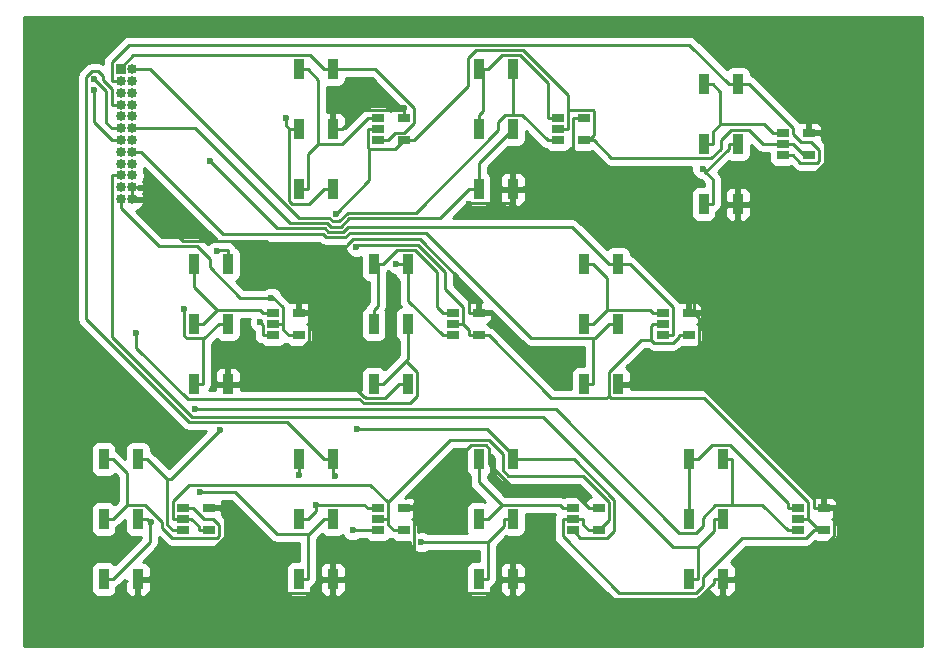
<source format=gbr>
G04 #@! TF.FileFunction,Copper,L1,Top,Signal*
%FSLAX46Y46*%
G04 Gerber Fmt 4.6, Leading zero omitted, Abs format (unit mm)*
G04 Created by KiCad (PCBNEW 4.0.7) date 04/16/19 21:40:38*
%MOMM*%
%LPD*%
G01*
G04 APERTURE LIST*
%ADD10C,0.100000*%
%ADD11R,0.850000X0.850000*%
%ADD12O,0.850000X0.850000*%
%ADD13R,0.900000X1.700000*%
%ADD14R,1.060000X0.650000*%
%ADD15C,0.600000*%
%ADD16C,0.250000*%
%ADD17C,0.254000*%
G04 APERTURE END LIST*
D10*
D11*
X113030000Y-74930000D03*
D12*
X114030000Y-74930000D03*
X113030000Y-75930000D03*
X114030000Y-75930000D03*
X113030000Y-76930000D03*
X114030000Y-76930000D03*
X113030000Y-77930000D03*
X114030000Y-77930000D03*
X113030000Y-78930000D03*
X114030000Y-78930000D03*
X113030000Y-79930000D03*
X114030000Y-79930000D03*
X113030000Y-80930000D03*
X114030000Y-80930000D03*
X113030000Y-81930000D03*
X114030000Y-81930000D03*
X113030000Y-82930000D03*
X114030000Y-82930000D03*
X113030000Y-83930000D03*
X114030000Y-83930000D03*
X113030000Y-84930000D03*
X114030000Y-84930000D03*
X113030000Y-85930000D03*
X114030000Y-85930000D03*
D13*
X152220000Y-91440000D03*
X155120000Y-91440000D03*
X128090000Y-74930000D03*
X130990000Y-74930000D03*
X128090000Y-80010000D03*
X130990000Y-80010000D03*
X128090000Y-85090000D03*
X130990000Y-85090000D03*
X152220000Y-101600000D03*
X155120000Y-101600000D03*
X152220000Y-96520000D03*
X155120000Y-96520000D03*
X128090000Y-107950000D03*
X130990000Y-107950000D03*
X143330000Y-74930000D03*
X146230000Y-74930000D03*
X128090000Y-118110000D03*
X130990000Y-118110000D03*
X128090000Y-113030000D03*
X130990000Y-113030000D03*
X143330000Y-85090000D03*
X146230000Y-85090000D03*
X143330000Y-80010000D03*
X146230000Y-80010000D03*
X143330000Y-107950000D03*
X146230000Y-107950000D03*
X162380000Y-76200000D03*
X165280000Y-76200000D03*
X143330000Y-118110000D03*
X146230000Y-118110000D03*
X143330000Y-113030000D03*
X146230000Y-113030000D03*
X162380000Y-86360000D03*
X165280000Y-86360000D03*
X162380000Y-81280000D03*
X165280000Y-81280000D03*
X161110000Y-107950000D03*
X164010000Y-107950000D03*
X119200000Y-91440000D03*
X122100000Y-91440000D03*
X161110000Y-118110000D03*
X164010000Y-118110000D03*
X161110000Y-113030000D03*
X164010000Y-113030000D03*
X119200000Y-101600000D03*
X122100000Y-101600000D03*
X119200000Y-96520000D03*
X122100000Y-96520000D03*
X111580000Y-107950000D03*
X114480000Y-107950000D03*
X134440000Y-91440000D03*
X137340000Y-91440000D03*
X134440000Y-101600000D03*
X137340000Y-101600000D03*
X134440000Y-96520000D03*
X137340000Y-96520000D03*
X111580000Y-118110000D03*
X114480000Y-118110000D03*
X111580000Y-113030000D03*
X114480000Y-113030000D03*
D14*
X134790000Y-79060000D03*
X134790000Y-80010000D03*
X134790000Y-80960000D03*
X136990000Y-80960000D03*
X136990000Y-79060000D03*
X150030000Y-79060000D03*
X150030000Y-80010000D03*
X150030000Y-80960000D03*
X152230000Y-80960000D03*
X152230000Y-79060000D03*
X169080000Y-80330000D03*
X169080000Y-81280000D03*
X169080000Y-82230000D03*
X171280000Y-82230000D03*
X171280000Y-80330000D03*
X125900000Y-95570000D03*
X125900000Y-96520000D03*
X125900000Y-97470000D03*
X128100000Y-97470000D03*
X128100000Y-95570000D03*
X141140000Y-95570000D03*
X141140000Y-96520000D03*
X141140000Y-97470000D03*
X143340000Y-97470000D03*
X143340000Y-95570000D03*
X158920000Y-95570000D03*
X158920000Y-96520000D03*
X158920000Y-97470000D03*
X161120000Y-97470000D03*
X161120000Y-95570000D03*
X134790000Y-112080000D03*
X134790000Y-113030000D03*
X134790000Y-113980000D03*
X136990000Y-113980000D03*
X136990000Y-112080000D03*
X151300000Y-112080000D03*
X151300000Y-113030000D03*
X151300000Y-113980000D03*
X153500000Y-113980000D03*
X153500000Y-112080000D03*
X170350000Y-112080000D03*
X170350000Y-113030000D03*
X170350000Y-113980000D03*
X172550000Y-113980000D03*
X172550000Y-112080000D03*
X118280000Y-112080000D03*
X118280000Y-113030000D03*
X118280000Y-113980000D03*
X120480000Y-113980000D03*
X120480000Y-112080000D03*
D15*
X121194200Y-90324700D03*
X124865400Y-96378100D03*
X136367700Y-91415400D03*
X120553000Y-82702700D03*
X132677000Y-113969700D03*
X131183300Y-109393000D03*
X133008700Y-105405700D03*
X119301400Y-103734700D03*
X121473800Y-105453500D03*
X126993900Y-79049300D03*
X110808500Y-75757000D03*
X162294300Y-83376600D03*
X110735600Y-76698300D03*
X118424600Y-95255100D03*
X114346900Y-97303400D03*
X119742300Y-110736300D03*
X138491200Y-114982700D03*
X115579600Y-113262000D03*
X125780500Y-94291300D03*
X132995600Y-89957500D03*
X131245200Y-87186700D03*
X142558400Y-86352800D03*
X142470900Y-93954700D03*
X136990000Y-78229500D03*
X129540000Y-111798000D03*
X128090000Y-109318400D03*
D16*
X113030000Y-74842100D02*
X113030000Y-74930000D01*
X114117500Y-73754600D02*
X113030000Y-74842100D01*
X129039300Y-73754600D02*
X114117500Y-73754600D01*
X130214700Y-74930000D02*
X129039300Y-73754600D01*
X130990000Y-74930000D02*
X130214700Y-74930000D01*
X134584500Y-74930000D02*
X130990000Y-74930000D01*
X137874100Y-78219600D02*
X134584500Y-74930000D01*
X137874100Y-79494700D02*
X137874100Y-78219600D01*
X137059200Y-80309600D02*
X137874100Y-79494700D01*
X136295700Y-80309600D02*
X137059200Y-80309600D01*
X135645300Y-80960000D02*
X136295700Y-80309600D01*
X134790000Y-80960000D02*
X135645300Y-80960000D01*
X150030000Y-80960000D02*
X149174700Y-80960000D01*
X146230000Y-78834600D02*
X146230000Y-74930000D01*
X147049300Y-78834600D02*
X146230000Y-78834600D01*
X149174700Y-80960000D02*
X147049300Y-78834600D01*
X145599100Y-78834600D02*
X146230000Y-78834600D01*
X145011400Y-79422300D02*
X145599100Y-78834600D01*
X145011400Y-80097300D02*
X145011400Y-79422300D01*
X138033700Y-87075000D02*
X145011400Y-80097300D01*
X132241300Y-87075000D02*
X138033700Y-87075000D01*
X131504300Y-87812000D02*
X132241300Y-87075000D01*
X130986200Y-87812000D02*
X131504300Y-87812000D01*
X130695000Y-87520800D02*
X130986200Y-87812000D01*
X128099900Y-87520800D02*
X130695000Y-87520800D01*
X115509100Y-74930000D02*
X128099900Y-87520800D01*
X114030000Y-74930000D02*
X115509100Y-74930000D01*
X113030000Y-75930000D02*
X112279700Y-75930000D01*
X165280000Y-76200000D02*
X164504700Y-76200000D01*
X166270500Y-76200000D02*
X165280000Y-76200000D01*
X169985300Y-79914800D02*
X166270500Y-76200000D01*
X169985300Y-80415600D02*
X169985300Y-79914800D01*
X170649900Y-81080200D02*
X169985300Y-80415600D01*
X171485500Y-81080200D02*
X170649900Y-81080200D01*
X172169600Y-81764300D02*
X171485500Y-81080200D01*
X172169600Y-82681600D02*
X172169600Y-81764300D01*
X171970800Y-82880400D02*
X172169600Y-82681600D01*
X170585700Y-82880400D02*
X171970800Y-82880400D01*
X169935300Y-82230000D02*
X170585700Y-82880400D01*
X112279700Y-74339900D02*
X112279700Y-75930000D01*
X113768000Y-72851600D02*
X112279700Y-74339900D01*
X161156300Y-72851600D02*
X113768000Y-72851600D01*
X164504700Y-76200000D02*
X161156300Y-72851600D01*
X169080000Y-82230000D02*
X169935300Y-82230000D01*
X121254200Y-90264700D02*
X122100000Y-90264700D01*
X121194200Y-90324700D02*
X121254200Y-90264700D01*
X125900000Y-97470000D02*
X125044700Y-97470000D01*
X125044700Y-96557400D02*
X124865400Y-96378100D01*
X125044700Y-97470000D02*
X125044700Y-96557400D01*
X122100000Y-91440000D02*
X122100000Y-90264700D01*
X137340000Y-94525300D02*
X137340000Y-91440000D01*
X140284700Y-97470000D02*
X137340000Y-94525300D01*
X141140000Y-97470000D02*
X140284700Y-97470000D01*
X136392300Y-91440000D02*
X136367700Y-91415400D01*
X137340000Y-91440000D02*
X136392300Y-91440000D01*
X155120000Y-91440000D02*
X154344700Y-91440000D01*
X156114000Y-91440000D02*
X155120000Y-91440000D01*
X159775300Y-95101300D02*
X156114000Y-91440000D01*
X159775300Y-97470000D02*
X159775300Y-95101300D01*
X158920000Y-97470000D02*
X159775300Y-97470000D01*
X151202600Y-88297900D02*
X154344700Y-91440000D01*
X132292200Y-88297900D02*
X151202600Y-88297900D01*
X131877500Y-88712600D02*
X132292200Y-88297900D01*
X130613000Y-88712600D02*
X131877500Y-88712600D01*
X130321800Y-88421400D02*
X130613000Y-88712600D01*
X126271700Y-88421400D02*
X130321800Y-88421400D01*
X120553000Y-82702700D02*
X126271700Y-88421400D01*
X132687300Y-113980000D02*
X132677000Y-113969700D01*
X134790000Y-113980000D02*
X132687300Y-113980000D01*
X130990000Y-109199700D02*
X130990000Y-107950000D01*
X131183300Y-109393000D02*
X130990000Y-109199700D01*
X127075100Y-104810400D02*
X130214700Y-107950000D01*
X118795000Y-104810400D02*
X127075100Y-104810400D01*
X110109900Y-96125300D02*
X118795000Y-104810400D01*
X110109900Y-75559500D02*
X110109900Y-96125300D01*
X110577700Y-75091700D02*
X110109900Y-75559500D01*
X111093800Y-75091700D02*
X110577700Y-75091700D01*
X111552000Y-75549900D02*
X111093800Y-75091700D01*
X111552000Y-75863600D02*
X111552000Y-75549900D01*
X112279700Y-76591300D02*
X111552000Y-75863600D01*
X112279700Y-77930000D02*
X112279700Y-76591300D01*
X113030000Y-77930000D02*
X112279700Y-77930000D01*
X130990000Y-107950000D02*
X130214700Y-107950000D01*
X151376100Y-107950000D02*
X147005300Y-107950000D01*
X154814400Y-111388300D02*
X151376100Y-107950000D01*
X154814400Y-114011800D02*
X154814400Y-111388300D01*
X154192700Y-114633500D02*
X154814400Y-114011800D01*
X151953500Y-114633500D02*
X154192700Y-114633500D01*
X151300000Y-113980000D02*
X151953500Y-114633500D01*
X146230000Y-107950000D02*
X146617700Y-107950000D01*
X146617700Y-107950000D02*
X147005300Y-107950000D01*
X144073400Y-105405700D02*
X133008700Y-105405700D01*
X146617700Y-107950000D02*
X144073400Y-105405700D01*
X170350000Y-113980000D02*
X169494700Y-113980000D01*
X164010000Y-107950000D02*
X164785300Y-107950000D01*
X164785300Y-111854600D02*
X164785300Y-107950000D01*
X167369300Y-111854600D02*
X164785300Y-111854600D01*
X169494700Y-113980000D02*
X167369300Y-111854600D01*
X149863900Y-103734700D02*
X119301400Y-103734700D01*
X160334600Y-114205400D02*
X149863900Y-103734700D01*
X161751100Y-114205400D02*
X160334600Y-114205400D01*
X162308700Y-113647800D02*
X161751100Y-114205400D01*
X162308700Y-112930700D02*
X162308700Y-113647800D01*
X163384800Y-111854600D02*
X162308700Y-112930700D01*
X164785300Y-111854600D02*
X163384800Y-111854600D01*
X118280000Y-113980000D02*
X117424700Y-113980000D01*
X114480000Y-107950000D02*
X115255300Y-107950000D01*
X117258300Y-109669000D02*
X121473800Y-105453500D01*
X116974300Y-109669000D02*
X117258300Y-109669000D01*
X116974300Y-113529600D02*
X116974300Y-109669000D01*
X117424700Y-113980000D02*
X116974300Y-113529600D01*
X116974300Y-109669000D02*
X115255300Y-107950000D01*
X130990000Y-85090000D02*
X130214700Y-85090000D01*
X128090000Y-80010000D02*
X127427300Y-80010000D01*
X128995100Y-86309600D02*
X130214700Y-85090000D01*
X127544100Y-86309600D02*
X128995100Y-86309600D01*
X127314700Y-86080200D02*
X127544100Y-86309600D01*
X127314700Y-80010000D02*
X127314700Y-86080200D01*
X127427300Y-80010000D02*
X127314700Y-80010000D01*
X126993900Y-79689200D02*
X126993900Y-79049300D01*
X127314700Y-80010000D02*
X126993900Y-79689200D01*
X113030000Y-79930000D02*
X112279700Y-79930000D01*
X111829400Y-79479700D02*
X112279700Y-79930000D01*
X111829400Y-76777900D02*
X111829400Y-79479700D01*
X110808500Y-75757000D02*
X111829400Y-76777900D01*
X143330000Y-85090000D02*
X142554700Y-85090000D01*
X143330000Y-82910000D02*
X143330000Y-85090000D01*
X146230000Y-80010000D02*
X143330000Y-82910000D01*
X140084200Y-87560500D02*
X142554700Y-85090000D01*
X132392700Y-87560500D02*
X140084200Y-87560500D01*
X131690900Y-88262300D02*
X132392700Y-87560500D01*
X130799600Y-88262300D02*
X131690900Y-88262300D01*
X130508400Y-87971100D02*
X130799600Y-88262300D01*
X127349200Y-87971100D02*
X130508400Y-87971100D01*
X119308100Y-79930000D02*
X127349200Y-87971100D01*
X114030000Y-79930000D02*
X119308100Y-79930000D01*
X162380000Y-86360000D02*
X163155300Y-86360000D01*
X165280000Y-81280000D02*
X164504700Y-81280000D01*
X164504700Y-81667600D02*
X164504700Y-81280000D01*
X162545000Y-83627300D02*
X164504700Y-81667600D01*
X162545000Y-83627300D02*
X162294300Y-83376600D01*
X110735600Y-79385900D02*
X112279700Y-80930000D01*
X110735600Y-76698300D02*
X110735600Y-79385900D01*
X163155300Y-84237600D02*
X162545000Y-83627300D01*
X163155300Y-86360000D02*
X163155300Y-84237600D01*
X113030000Y-80930000D02*
X112279700Y-80930000D01*
X119200000Y-101600000D02*
X119975300Y-101600000D01*
X122100000Y-96520000D02*
X121324700Y-96520000D01*
X119975300Y-97720500D02*
X119975300Y-101600000D01*
X120124200Y-97720500D02*
X119975300Y-97720500D01*
X121324700Y-96520000D02*
X120124200Y-97720500D01*
X118424600Y-97504700D02*
X118424600Y-95255100D01*
X118640400Y-97720500D02*
X118424600Y-97504700D01*
X119975300Y-97720500D02*
X118640400Y-97720500D01*
X134440000Y-101600000D02*
X135215300Y-101600000D01*
X114346900Y-98515600D02*
X114346900Y-97303400D01*
X118705600Y-102874300D02*
X114346900Y-98515600D01*
X133235900Y-102874300D02*
X118705600Y-102874300D01*
X133594600Y-103233000D02*
X133235900Y-102874300D01*
X137504200Y-103233000D02*
X133594600Y-103233000D01*
X138115400Y-102621800D02*
X137504200Y-103233000D01*
X138115400Y-100547100D02*
X138115400Y-102621800D01*
X137191800Y-99623500D02*
X138115400Y-100547100D01*
X137340000Y-99475300D02*
X137191800Y-99623500D01*
X137340000Y-96520000D02*
X137340000Y-99475300D01*
X137191800Y-99623500D02*
X135215300Y-101600000D01*
X155120000Y-96520000D02*
X154344700Y-96520000D01*
X152220000Y-101600000D02*
X152995300Y-101600000D01*
X114030000Y-81930000D02*
X114780300Y-81930000D01*
X152995300Y-97695400D02*
X152995300Y-101600000D01*
X153169300Y-97695400D02*
X154344700Y-96520000D01*
X152995300Y-97695400D02*
X153169300Y-97695400D01*
X147811400Y-97695400D02*
X152995300Y-97695400D01*
X138889900Y-88773900D02*
X147811400Y-97695400D01*
X132453100Y-88773900D02*
X138889900Y-88773900D01*
X132064100Y-89162900D02*
X132453100Y-88773900D01*
X130426400Y-89162900D02*
X132064100Y-89162900D01*
X130135200Y-88871700D02*
X130426400Y-89162900D01*
X121722000Y-88871700D02*
X130135200Y-88871700D01*
X114780300Y-81930000D02*
X121722000Y-88871700D01*
X130990000Y-113030000D02*
X130214700Y-113030000D01*
X128090000Y-118110000D02*
X128865300Y-118110000D01*
X128865300Y-114273300D02*
X128865300Y-118110000D01*
X128971400Y-114273300D02*
X128865300Y-114273300D01*
X130214700Y-113030000D02*
X128971400Y-114273300D01*
X122714100Y-110736300D02*
X119742300Y-110736300D01*
X126251100Y-114273300D02*
X122714100Y-110736300D01*
X128865300Y-114273300D02*
X126251100Y-114273300D01*
X143330000Y-118110000D02*
X144105300Y-118110000D01*
X144105300Y-114982700D02*
X144105300Y-118110000D01*
X145454700Y-113633300D02*
X144105300Y-114982700D01*
X145454700Y-113030000D02*
X145454700Y-113633300D01*
X146230000Y-113030000D02*
X145454700Y-113030000D01*
X144105300Y-114982700D02*
X138491200Y-114982700D01*
X164010000Y-113030000D02*
X163234700Y-113030000D01*
X161110000Y-118110000D02*
X161885300Y-118110000D01*
X113030000Y-83930000D02*
X112279700Y-83930000D01*
X161885300Y-115370300D02*
X161885300Y-118110000D01*
X163234700Y-114020900D02*
X161885300Y-115370300D01*
X163234700Y-113030000D02*
X163234700Y-114020900D01*
X112279700Y-97597300D02*
X112279700Y-83930000D01*
X119042400Y-104360000D02*
X112279700Y-97597300D01*
X148796400Y-104360000D02*
X119042400Y-104360000D01*
X159806700Y-115370300D02*
X148796400Y-104360000D01*
X161885300Y-115370300D02*
X159806700Y-115370300D01*
X114480000Y-113030000D02*
X115255300Y-113030000D01*
X111580000Y-118110000D02*
X112355300Y-118110000D01*
X115483900Y-113258600D02*
X115483900Y-113262000D01*
X115255300Y-113030000D02*
X115483900Y-113258600D01*
X115483900Y-114981400D02*
X112355300Y-118110000D01*
X115483900Y-113262000D02*
X115483900Y-114981400D01*
X115483900Y-113262000D02*
X115579600Y-113262000D01*
X120052400Y-113980000D02*
X119624700Y-113980000D01*
X120052400Y-113980000D02*
X120480000Y-113980000D01*
X135645300Y-113490600D02*
X135645300Y-113030000D01*
X136134700Y-113980000D02*
X135645300Y-113490600D01*
X136990000Y-113980000D02*
X136134700Y-113980000D01*
X134790000Y-113030000D02*
X135645300Y-113030000D01*
X143340000Y-97470000D02*
X142484700Y-97470000D01*
X119624700Y-113632000D02*
X119624700Y-113980000D01*
X119022700Y-113030000D02*
X119624700Y-113632000D01*
X118595100Y-113030000D02*
X119022700Y-113030000D01*
X113030000Y-85930000D02*
X113030000Y-86680300D01*
X134790000Y-80010000D02*
X133934700Y-80010000D01*
X116252100Y-89902400D02*
X113030000Y-86680300D01*
X119482300Y-89902400D02*
X116252100Y-89902400D01*
X120568800Y-90988900D02*
X119482300Y-89902400D01*
X120568800Y-91699000D02*
X120568800Y-90988900D01*
X123161100Y-94291300D02*
X120568800Y-91699000D01*
X125780500Y-94291300D02*
X123161100Y-94291300D01*
X128100000Y-97470000D02*
X127244700Y-97470000D01*
X141140000Y-96520000D02*
X141882700Y-96520000D01*
X150030000Y-80010000D02*
X150885300Y-80010000D01*
X152230000Y-80960000D02*
X152657700Y-80960000D01*
X152657700Y-80960000D02*
X153085300Y-80960000D01*
X152991300Y-78408300D02*
X150885300Y-78408300D01*
X153099000Y-78516000D02*
X152991300Y-78408300D01*
X153099000Y-80518700D02*
X153099000Y-78516000D01*
X152657700Y-80960000D02*
X153099000Y-80518700D01*
X150885300Y-78408300D02*
X150885300Y-80010000D01*
X167397800Y-81280000D02*
X169080000Y-81280000D01*
X166188800Y-80071000D02*
X167397800Y-81280000D01*
X164714500Y-80071000D02*
X166188800Y-80071000D01*
X163830000Y-80955500D02*
X164714500Y-80071000D01*
X163830000Y-81664900D02*
X163830000Y-80955500D01*
X163039500Y-82455400D02*
X163830000Y-81664900D01*
X154580700Y-82455400D02*
X163039500Y-82455400D01*
X153085300Y-80960000D02*
X154580700Y-82455400D01*
X170885300Y-82230000D02*
X171280000Y-82230000D01*
X169935300Y-81280000D02*
X170885300Y-82230000D01*
X169080000Y-81280000D02*
X169935300Y-81280000D01*
X171044400Y-114630300D02*
X171694700Y-113980000D01*
X165679500Y-114630300D02*
X171044400Y-114630300D01*
X162335700Y-117974100D02*
X165679500Y-114630300D01*
X162335700Y-118662800D02*
X162335700Y-117974100D01*
X161713100Y-119285400D02*
X162335700Y-118662800D01*
X155255900Y-119285400D02*
X161713100Y-119285400D01*
X150444700Y-114474200D02*
X155255900Y-119285400D01*
X150444700Y-113030000D02*
X150444700Y-114474200D01*
X151300000Y-113030000D02*
X150444700Y-113030000D01*
X172550000Y-113980000D02*
X172122400Y-113980000D01*
X172122400Y-113980000D02*
X171694700Y-113980000D01*
X170350000Y-113030000D02*
X171092700Y-113030000D01*
X126755300Y-95106000D02*
X126755300Y-96520000D01*
X125940600Y-94291300D02*
X126755300Y-95106000D01*
X125780500Y-94291300D02*
X125940600Y-94291300D01*
X125900000Y-96520000D02*
X126755300Y-96520000D01*
X126755300Y-96980600D02*
X127244700Y-97470000D01*
X126755300Y-96520000D02*
X126755300Y-96980600D01*
X133934700Y-81493500D02*
X134097900Y-81656700D01*
X133934700Y-80010000D02*
X133934700Y-81493500D01*
X136293300Y-81656700D02*
X136990000Y-80960000D01*
X134097900Y-81656700D02*
X136293300Y-81656700D01*
X118595100Y-113030000D02*
X118280000Y-113030000D01*
X118280000Y-113030000D02*
X117424700Y-113030000D01*
X135645300Y-111605300D02*
X135645300Y-113030000D01*
X152155300Y-113490600D02*
X152155300Y-113030000D01*
X152644700Y-113980000D02*
X152155300Y-113490600D01*
X153500000Y-113980000D02*
X152644700Y-113980000D01*
X151300000Y-113030000D02*
X152155300Y-113030000D01*
X141882700Y-96520000D02*
X141995200Y-96520000D01*
X142484700Y-97009500D02*
X142484700Y-97470000D01*
X141995200Y-96520000D02*
X142484700Y-97009500D01*
X133138900Y-89814200D02*
X132995600Y-89957500D01*
X138182500Y-89814200D02*
X133138900Y-89814200D01*
X140482500Y-92114200D02*
X138182500Y-89814200D01*
X140482500Y-93529600D02*
X140482500Y-92114200D01*
X141995400Y-95042500D02*
X140482500Y-93529600D01*
X141995400Y-96519800D02*
X141995400Y-95042500D01*
X141995200Y-96520000D02*
X141995400Y-96519800D01*
X136990000Y-80960000D02*
X137845300Y-80960000D01*
X142477900Y-76327400D02*
X137845300Y-80960000D01*
X142477900Y-73963800D02*
X142477900Y-76327400D01*
X143139700Y-73302000D02*
X142477900Y-73963800D01*
X147075500Y-73302000D02*
X143139700Y-73302000D01*
X150885300Y-77111800D02*
X147075500Y-73302000D01*
X150885300Y-78408300D02*
X150885300Y-77111800D01*
X171205300Y-113062900D02*
X172122400Y-113980000D01*
X171205300Y-113030000D02*
X171205300Y-113062900D01*
X171092700Y-113030000D02*
X171205300Y-113030000D01*
X158920000Y-96520000D02*
X158064700Y-96520000D01*
X158181500Y-98120300D02*
X157914900Y-97853700D01*
X159777100Y-98120300D02*
X158181500Y-98120300D01*
X160264700Y-97632700D02*
X159777100Y-98120300D01*
X160264700Y-97470000D02*
X160264700Y-97632700D01*
X157914900Y-96669800D02*
X158064700Y-96520000D01*
X157914900Y-97853700D02*
X157914900Y-96669800D01*
X161120000Y-97470000D02*
X160264700Y-97470000D01*
X143340000Y-97470000D02*
X144195300Y-97470000D01*
X149500700Y-102775400D02*
X144195300Y-97470000D01*
X154153900Y-102775400D02*
X149500700Y-102775400D01*
X154344600Y-102584700D02*
X154153900Y-102775400D01*
X154535200Y-102775300D02*
X154344600Y-102584700D01*
X162422200Y-102775300D02*
X154535200Y-102775300D01*
X171205300Y-111558400D02*
X162422200Y-102775300D01*
X171205300Y-113030000D02*
X171205300Y-111558400D01*
X157101000Y-97853700D02*
X157914900Y-97853700D01*
X154344600Y-100610100D02*
X157101000Y-97853700D01*
X154344600Y-102584700D02*
X154344600Y-100610100D01*
X117424700Y-111540000D02*
X117424700Y-113030000D01*
X118853700Y-110111000D02*
X117424700Y-111540000D01*
X134151000Y-110111000D02*
X118853700Y-110111000D01*
X135645300Y-111605300D02*
X134151000Y-110111000D01*
X140941400Y-106309200D02*
X135645300Y-111605300D01*
X144183500Y-106309200D02*
X140941400Y-106309200D01*
X145388800Y-107514500D02*
X144183500Y-106309200D01*
X145388800Y-108896500D02*
X145388800Y-107514500D01*
X145866700Y-109374400D02*
X145388800Y-108896500D01*
X152163600Y-109374400D02*
X145866700Y-109374400D01*
X154355400Y-111566200D02*
X152163600Y-109374400D01*
X154355400Y-113124600D02*
X154355400Y-111566200D01*
X153500000Y-113980000D02*
X154355400Y-113124600D01*
X134097900Y-84334000D02*
X131245200Y-87186700D01*
X134097900Y-81656700D02*
X134097900Y-84334000D01*
X128100000Y-95570000D02*
X128955300Y-95570000D01*
X171280000Y-80330000D02*
X172135300Y-80330000D01*
X165280000Y-86360000D02*
X164504700Y-86360000D01*
X152230000Y-79060000D02*
X151374700Y-79060000D01*
X172641900Y-80836600D02*
X172135300Y-80330000D01*
X172641900Y-82884400D02*
X172641900Y-80836600D01*
X169166300Y-86360000D02*
X172641900Y-82884400D01*
X165280000Y-86360000D02*
X169166300Y-86360000D01*
X146230000Y-118110000D02*
X147005300Y-118110000D01*
X169743500Y-118110000D02*
X164010000Y-118110000D01*
X173405300Y-114448200D02*
X169743500Y-118110000D01*
X173405300Y-112080000D02*
X173405300Y-114448200D01*
X148670300Y-119775000D02*
X147005300Y-118110000D01*
X161860400Y-119775000D02*
X148670300Y-119775000D01*
X163234700Y-118400700D02*
X161860400Y-119775000D01*
X163234700Y-118110000D02*
X163234700Y-118400700D01*
X146230000Y-118110000D02*
X145454700Y-118110000D01*
X151355200Y-79079500D02*
X151355200Y-83263300D01*
X151374700Y-79060000D02*
X151355200Y-79079500D01*
X146230000Y-85090000D02*
X147005300Y-85090000D01*
X146230000Y-85090000D02*
X146230000Y-86265300D01*
X172977700Y-112080000D02*
X172977500Y-112080000D01*
X172977700Y-112080000D02*
X173405300Y-112080000D01*
X172763800Y-112080000D02*
X172977500Y-112080000D01*
X164010000Y-118110000D02*
X163234700Y-118110000D01*
X120480000Y-112080000D02*
X121335300Y-112080000D01*
X121847900Y-112592600D02*
X121847900Y-114577400D01*
X121335300Y-112080000D02*
X121847900Y-112592600D01*
X118315300Y-118110000D02*
X114480000Y-118110000D01*
X121847900Y-114577400D02*
X118315300Y-118110000D01*
X126555900Y-119285400D02*
X121847900Y-114577400D01*
X129039300Y-119285400D02*
X126555900Y-119285400D01*
X130214700Y-118110000D02*
X129039300Y-119285400D01*
X130990000Y-118110000D02*
X130214700Y-118110000D01*
X130990000Y-118110000D02*
X131765300Y-118110000D01*
X161120000Y-95570000D02*
X161547700Y-95570000D01*
X157167500Y-89075600D02*
X161547700Y-89075600D01*
X151355200Y-83263300D02*
X157167500Y-89075600D01*
X161789100Y-89075600D02*
X164504700Y-86360000D01*
X161547700Y-89075600D02*
X161789100Y-89075600D01*
X148832000Y-83263300D02*
X151355200Y-83263300D01*
X147005300Y-85090000D02*
X148832000Y-83263300D01*
X172763800Y-112080000D02*
X172550000Y-112080000D01*
X172550000Y-112080000D02*
X171694700Y-112080000D01*
X171694700Y-111331600D02*
X161963100Y-101600000D01*
X171694700Y-112080000D02*
X171694700Y-111331600D01*
X161963100Y-101600000D02*
X155120000Y-101600000D01*
X161547700Y-95570000D02*
X161547700Y-89075600D01*
X161975400Y-101587700D02*
X161963100Y-101600000D01*
X161975400Y-95997700D02*
X161975400Y-101587700D01*
X161547700Y-95570000D02*
X161975400Y-95997700D01*
X143340000Y-95570000D02*
X142484700Y-95570000D01*
X142484700Y-93968500D02*
X142470900Y-93954700D01*
X142484700Y-95570000D02*
X142484700Y-93968500D01*
X142645900Y-86265300D02*
X142558400Y-86352800D01*
X146230000Y-86265300D02*
X142645900Y-86265300D01*
X136990000Y-79060000D02*
X136990000Y-78409600D01*
X136990000Y-78409600D02*
X136990000Y-78229500D01*
X133365700Y-78409600D02*
X131765300Y-80010000D01*
X136990000Y-78409600D02*
X133365700Y-78409600D01*
X130990000Y-80010000D02*
X131765300Y-80010000D01*
X144279300Y-119285400D02*
X145454700Y-118110000D01*
X140208700Y-119285400D02*
X144279300Y-119285400D01*
X137845300Y-116922000D02*
X140208700Y-119285400D01*
X136657300Y-118110000D02*
X137845300Y-116922000D01*
X131765300Y-118110000D02*
X136657300Y-118110000D01*
X137845300Y-116922000D02*
X137845300Y-112080000D01*
X136990000Y-112080000D02*
X137845300Y-112080000D01*
X137845300Y-111632900D02*
X137845300Y-112080000D01*
X142703600Y-106774600D02*
X137845300Y-111632900D01*
X143935000Y-106774600D02*
X142703600Y-106774600D01*
X144218000Y-107057600D02*
X143935000Y-106774600D01*
X144218000Y-108362600D02*
X144218000Y-107057600D01*
X146708700Y-110853300D02*
X144218000Y-108362600D01*
X151418000Y-110853300D02*
X146708700Y-110853300D01*
X152644700Y-112080000D02*
X151418000Y-110853300D01*
X153500000Y-112080000D02*
X152644700Y-112080000D01*
X118302300Y-89452000D02*
X114780300Y-85930000D01*
X125324100Y-89452000D02*
X118302300Y-89452000D01*
X128955300Y-93083200D02*
X125324100Y-89452000D01*
X132725400Y-89313100D02*
X128955300Y-93083200D01*
X138349600Y-89313100D02*
X132725400Y-89313100D01*
X142470900Y-93434400D02*
X138349600Y-89313100D01*
X142470900Y-93954700D02*
X142470900Y-93434400D01*
X114030000Y-85930000D02*
X114405200Y-85930000D01*
X114405200Y-85930000D02*
X114780300Y-85930000D01*
X114155500Y-85680300D02*
X114030000Y-85680300D01*
X114405200Y-85930000D02*
X114155500Y-85680300D01*
X114030000Y-84930000D02*
X114030000Y-85680300D01*
X128955300Y-93083200D02*
X128955300Y-95570000D01*
X137340000Y-101600000D02*
X136564700Y-101600000D01*
X128955300Y-95570000D02*
X128955300Y-97956800D01*
X125312100Y-101600000D02*
X122100000Y-101600000D01*
X128955300Y-97956800D02*
X125312100Y-101600000D01*
X133657500Y-102659000D02*
X128955300Y-97956800D01*
X133725500Y-102659000D02*
X133657500Y-102659000D01*
X133841800Y-102775300D02*
X133725500Y-102659000D01*
X135389400Y-102775300D02*
X133841800Y-102775300D01*
X136564700Y-101600000D02*
X135389400Y-102775300D01*
X158920000Y-95570000D02*
X158064700Y-95570000D01*
X152220000Y-96520000D02*
X152995300Y-96520000D01*
X154170700Y-92615400D02*
X152995300Y-91440000D01*
X154170700Y-95344600D02*
X154170700Y-92615400D01*
X157839300Y-95344600D02*
X154170700Y-95344600D01*
X158064700Y-95570000D02*
X157839300Y-95344600D01*
X154170700Y-95344600D02*
X152995300Y-96520000D01*
X152220000Y-91440000D02*
X152995300Y-91440000D01*
X134790000Y-79060000D02*
X133934700Y-79060000D01*
X128090000Y-85090000D02*
X128865300Y-85090000D01*
X128090000Y-74930000D02*
X128865300Y-74930000D01*
X131751600Y-81243100D02*
X129765200Y-81243100D01*
X133934700Y-79060000D02*
X131751600Y-81243100D01*
X129765200Y-75829900D02*
X128865300Y-74930000D01*
X129765200Y-81243100D02*
X129765200Y-75829900D01*
X128865300Y-82143000D02*
X128865300Y-85090000D01*
X129765200Y-81243100D02*
X128865300Y-82143000D01*
X134790000Y-112080000D02*
X133934700Y-112080000D01*
X128090000Y-113030000D02*
X128865300Y-113030000D01*
X133652700Y-111798000D02*
X133934700Y-112080000D01*
X129540000Y-111798000D02*
X133652700Y-111798000D01*
X129540000Y-112355300D02*
X129540000Y-111798000D01*
X128865300Y-113030000D02*
X129540000Y-112355300D01*
X128090000Y-109318400D02*
X128090000Y-107950000D01*
X145280700Y-73754600D02*
X144105300Y-74930000D01*
X146815400Y-73754600D02*
X145280700Y-73754600D01*
X149174700Y-76113900D02*
X146815400Y-73754600D01*
X149174700Y-79060000D02*
X149174700Y-76113900D01*
X150030000Y-79060000D02*
X149174700Y-79060000D01*
X143330000Y-74930000D02*
X143717700Y-74930000D01*
X143717700Y-74930000D02*
X144105300Y-74930000D01*
X143717700Y-78447000D02*
X143330000Y-78834700D01*
X143717700Y-74930000D02*
X143717700Y-78447000D01*
X143330000Y-80010000D02*
X143330000Y-78834700D01*
X151300000Y-112080000D02*
X150444700Y-112080000D01*
X143330000Y-113030000D02*
X144105300Y-113030000D01*
X143330000Y-109903900D02*
X143330000Y-107950000D01*
X145280700Y-111854600D02*
X143330000Y-109903900D01*
X150219300Y-111854600D02*
X145280700Y-111854600D01*
X150444700Y-112080000D02*
X150219300Y-111854600D01*
X145280700Y-111854600D02*
X144105300Y-113030000D01*
X169080000Y-80330000D02*
X168224700Y-80330000D01*
X162380000Y-76200000D02*
X163155300Y-76200000D01*
X162380000Y-81280000D02*
X163155300Y-81280000D01*
X167515400Y-79620700D02*
X163814100Y-79620700D01*
X168224700Y-80330000D02*
X167515400Y-79620700D01*
X163155300Y-80279500D02*
X163814100Y-79620700D01*
X163155300Y-81280000D02*
X163155300Y-80279500D01*
X163814100Y-76858800D02*
X163155300Y-76200000D01*
X163814100Y-79620700D02*
X163814100Y-76858800D01*
X161110000Y-113030000D02*
X161110000Y-107950000D01*
X163060700Y-106774600D02*
X161885300Y-107950000D01*
X164595700Y-106774600D02*
X163060700Y-106774600D01*
X169494700Y-111673600D02*
X164595700Y-106774600D01*
X169494700Y-112080000D02*
X169494700Y-111673600D01*
X161110000Y-107950000D02*
X161885300Y-107950000D01*
X170350000Y-112080000D02*
X169494700Y-112080000D01*
X125900000Y-95570000D02*
X125044700Y-95570000D01*
X119200000Y-96520000D02*
X119975300Y-96520000D01*
X121150700Y-95344600D02*
X119975300Y-96520000D01*
X124819300Y-95344600D02*
X121150700Y-95344600D01*
X125044700Y-95570000D02*
X124819300Y-95344600D01*
X119200000Y-93393900D02*
X119200000Y-91440000D01*
X121150700Y-95344600D02*
X119200000Y-93393900D01*
X118280000Y-112080000D02*
X119135300Y-112080000D01*
X111580000Y-113030000D02*
X112355300Y-113030000D01*
X113530700Y-109125400D02*
X112355300Y-107950000D01*
X113530700Y-111854600D02*
X113530700Y-109125400D01*
X115078500Y-111854600D02*
X113530700Y-111854600D01*
X116523900Y-113300000D02*
X115078500Y-111854600D01*
X116523900Y-113782000D02*
X116523900Y-113300000D01*
X117384100Y-114642200D02*
X116523900Y-113782000D01*
X121146200Y-114642200D02*
X117384100Y-114642200D01*
X121335400Y-114453000D02*
X121146200Y-114642200D01*
X121335400Y-113494500D02*
X121335400Y-114453000D01*
X120862800Y-113021900D02*
X121335400Y-113494500D01*
X120077200Y-113021900D02*
X120862800Y-113021900D01*
X119135300Y-112080000D02*
X120077200Y-113021900D01*
X113530700Y-111854600D02*
X112355300Y-113030000D01*
X111580000Y-107950000D02*
X112355300Y-107950000D01*
X134440000Y-91440000D02*
X134827700Y-91440000D01*
X134827700Y-91440000D02*
X135215300Y-91440000D01*
X134827700Y-94957000D02*
X134440000Y-95344700D01*
X134827700Y-91440000D02*
X134827700Y-94957000D01*
X134440000Y-96520000D02*
X134440000Y-95344700D01*
X141140000Y-95570000D02*
X140284700Y-95570000D01*
X139807100Y-95092400D02*
X140284700Y-95570000D01*
X139807100Y-92107000D02*
X139807100Y-95092400D01*
X137964700Y-90264600D02*
X139807100Y-92107000D01*
X136390700Y-90264600D02*
X137964700Y-90264600D01*
X135215300Y-91440000D02*
X136390700Y-90264600D01*
D17*
G36*
X180900000Y-123750000D02*
X104850000Y-123750000D01*
X104850000Y-75559500D01*
X109349900Y-75559500D01*
X109349900Y-96125300D01*
X109407752Y-96416139D01*
X109572499Y-96662701D01*
X118257599Y-105347801D01*
X118504160Y-105512548D01*
X118795000Y-105570400D01*
X120282098Y-105570400D01*
X117116300Y-108736198D01*
X115792701Y-107412599D01*
X115577440Y-107268767D01*
X115577440Y-107100000D01*
X115533162Y-106864683D01*
X115394090Y-106648559D01*
X115181890Y-106503569D01*
X114930000Y-106452560D01*
X114030000Y-106452560D01*
X113794683Y-106496838D01*
X113578559Y-106635910D01*
X113433569Y-106848110D01*
X113382560Y-107100000D01*
X113382560Y-107902458D01*
X112892701Y-107412599D01*
X112677440Y-107268767D01*
X112677440Y-107100000D01*
X112633162Y-106864683D01*
X112494090Y-106648559D01*
X112281890Y-106503569D01*
X112030000Y-106452560D01*
X111130000Y-106452560D01*
X110894683Y-106496838D01*
X110678559Y-106635910D01*
X110533569Y-106848110D01*
X110482560Y-107100000D01*
X110482560Y-108800000D01*
X110526838Y-109035317D01*
X110665910Y-109251441D01*
X110878110Y-109396431D01*
X111130000Y-109447440D01*
X112030000Y-109447440D01*
X112265317Y-109403162D01*
X112481441Y-109264090D01*
X112527369Y-109196871D01*
X112770700Y-109440202D01*
X112770700Y-111539798D01*
X112528486Y-111782012D01*
X112494090Y-111728559D01*
X112281890Y-111583569D01*
X112030000Y-111532560D01*
X111130000Y-111532560D01*
X110894683Y-111576838D01*
X110678559Y-111715910D01*
X110533569Y-111928110D01*
X110482560Y-112180000D01*
X110482560Y-113880000D01*
X110526838Y-114115317D01*
X110665910Y-114331441D01*
X110878110Y-114476431D01*
X111130000Y-114527440D01*
X112030000Y-114527440D01*
X112265317Y-114483162D01*
X112481441Y-114344090D01*
X112626431Y-114131890D01*
X112677440Y-113880000D01*
X112677440Y-113711233D01*
X112892701Y-113567401D01*
X113382560Y-113077542D01*
X113382560Y-113880000D01*
X113426838Y-114115317D01*
X113565910Y-114331441D01*
X113778110Y-114476431D01*
X114030000Y-114527440D01*
X114723900Y-114527440D01*
X114723900Y-114666598D01*
X112528486Y-116862012D01*
X112494090Y-116808559D01*
X112281890Y-116663569D01*
X112030000Y-116612560D01*
X111130000Y-116612560D01*
X110894683Y-116656838D01*
X110678559Y-116795910D01*
X110533569Y-117008110D01*
X110482560Y-117260000D01*
X110482560Y-118960000D01*
X110526838Y-119195317D01*
X110665910Y-119411441D01*
X110878110Y-119556431D01*
X111130000Y-119607440D01*
X112030000Y-119607440D01*
X112265317Y-119563162D01*
X112481441Y-119424090D01*
X112626431Y-119211890D01*
X112677440Y-118960000D01*
X112677440Y-118791233D01*
X112892701Y-118647401D01*
X113395000Y-118145102D01*
X113395000Y-118237002D01*
X113553748Y-118237002D01*
X113395000Y-118395750D01*
X113395000Y-119086310D01*
X113491673Y-119319699D01*
X113670302Y-119498327D01*
X113903691Y-119595000D01*
X114194250Y-119595000D01*
X114353000Y-119436250D01*
X114353000Y-118237000D01*
X114607000Y-118237000D01*
X114607000Y-119436250D01*
X114765750Y-119595000D01*
X115056309Y-119595000D01*
X115289698Y-119498327D01*
X115468327Y-119319699D01*
X115565000Y-119086310D01*
X115565000Y-118395750D01*
X115406250Y-118237000D01*
X114607000Y-118237000D01*
X114353000Y-118237000D01*
X114333000Y-118237000D01*
X114333000Y-117983000D01*
X114353000Y-117983000D01*
X114353000Y-117963000D01*
X114607000Y-117963000D01*
X114607000Y-117983000D01*
X115406250Y-117983000D01*
X115565000Y-117824250D01*
X115565000Y-117133690D01*
X115468327Y-116900301D01*
X115289698Y-116721673D01*
X115056309Y-116625000D01*
X114915102Y-116625000D01*
X116021301Y-115518801D01*
X116186048Y-115272239D01*
X116243900Y-114981400D01*
X116243900Y-114576802D01*
X116846699Y-115179602D01*
X117093261Y-115344348D01*
X117384100Y-115402200D01*
X121146200Y-115402200D01*
X121437039Y-115344348D01*
X121683601Y-115179601D01*
X121872801Y-114990401D01*
X122037548Y-114743840D01*
X122095400Y-114453000D01*
X122095400Y-113494500D01*
X122068042Y-113356961D01*
X122037548Y-113203660D01*
X121872801Y-112957099D01*
X121587011Y-112671309D01*
X121645000Y-112531310D01*
X121645000Y-112365750D01*
X121486250Y-112207000D01*
X120607000Y-112207000D01*
X120607000Y-112227000D01*
X120357102Y-112227000D01*
X120353000Y-112222898D01*
X120353000Y-112207000D01*
X120337102Y-112207000D01*
X120333000Y-112202898D01*
X120333000Y-111953000D01*
X120353000Y-111953000D01*
X120353000Y-111933000D01*
X120607000Y-111933000D01*
X120607000Y-111953000D01*
X121486250Y-111953000D01*
X121645000Y-111794250D01*
X121645000Y-111628690D01*
X121590162Y-111496300D01*
X122399298Y-111496300D01*
X125713699Y-114810701D01*
X125960260Y-114975448D01*
X126251100Y-115033300D01*
X128105300Y-115033300D01*
X128105300Y-116612560D01*
X127640000Y-116612560D01*
X127404683Y-116656838D01*
X127188559Y-116795910D01*
X127043569Y-117008110D01*
X126992560Y-117260000D01*
X126992560Y-118960000D01*
X127036838Y-119195317D01*
X127175910Y-119411441D01*
X127388110Y-119556431D01*
X127640000Y-119607440D01*
X128540000Y-119607440D01*
X128775317Y-119563162D01*
X128991441Y-119424090D01*
X129136431Y-119211890D01*
X129187440Y-118960000D01*
X129187440Y-118791233D01*
X129402701Y-118647401D01*
X129567448Y-118400839D01*
X129568460Y-118395750D01*
X129905000Y-118395750D01*
X129905000Y-119086310D01*
X130001673Y-119319699D01*
X130180302Y-119498327D01*
X130413691Y-119595000D01*
X130704250Y-119595000D01*
X130863000Y-119436250D01*
X130863000Y-118237000D01*
X131117000Y-118237000D01*
X131117000Y-119436250D01*
X131275750Y-119595000D01*
X131566309Y-119595000D01*
X131799698Y-119498327D01*
X131978327Y-119319699D01*
X132075000Y-119086310D01*
X132075000Y-118395750D01*
X131916250Y-118237000D01*
X131117000Y-118237000D01*
X130863000Y-118237000D01*
X130063750Y-118237000D01*
X129905000Y-118395750D01*
X129568460Y-118395750D01*
X129625300Y-118110000D01*
X129625300Y-117133690D01*
X129905000Y-117133690D01*
X129905000Y-117824250D01*
X130063750Y-117983000D01*
X130863000Y-117983000D01*
X130863000Y-116783750D01*
X131117000Y-116783750D01*
X131117000Y-117983000D01*
X131916250Y-117983000D01*
X132075000Y-117824250D01*
X132075000Y-117133690D01*
X131978327Y-116900301D01*
X131799698Y-116721673D01*
X131566309Y-116625000D01*
X131275750Y-116625000D01*
X131117000Y-116783750D01*
X130863000Y-116783750D01*
X130704250Y-116625000D01*
X130413691Y-116625000D01*
X130180302Y-116721673D01*
X130001673Y-116900301D01*
X129905000Y-117133690D01*
X129625300Y-117133690D01*
X129625300Y-114694202D01*
X130041514Y-114277988D01*
X130075910Y-114331441D01*
X130288110Y-114476431D01*
X130540000Y-114527440D01*
X131440000Y-114527440D01*
X131675317Y-114483162D01*
X131835023Y-114380394D01*
X131883883Y-114498643D01*
X132146673Y-114761892D01*
X132490201Y-114904538D01*
X132862167Y-114904862D01*
X133205943Y-114762817D01*
X133228800Y-114740000D01*
X133785331Y-114740000D01*
X133795910Y-114756441D01*
X134008110Y-114901431D01*
X134260000Y-114952440D01*
X135320000Y-114952440D01*
X135555317Y-114908162D01*
X135771441Y-114769090D01*
X135834925Y-114676177D01*
X135843861Y-114682148D01*
X135963405Y-114705927D01*
X135995910Y-114756441D01*
X136208110Y-114901431D01*
X136460000Y-114952440D01*
X137520000Y-114952440D01*
X137556232Y-114945623D01*
X137556038Y-115167867D01*
X137698083Y-115511643D01*
X137960873Y-115774892D01*
X138304401Y-115917538D01*
X138676367Y-115917862D01*
X139020143Y-115775817D01*
X139053318Y-115742700D01*
X143345300Y-115742700D01*
X143345300Y-116612560D01*
X142880000Y-116612560D01*
X142644683Y-116656838D01*
X142428559Y-116795910D01*
X142283569Y-117008110D01*
X142232560Y-117260000D01*
X142232560Y-118960000D01*
X142276838Y-119195317D01*
X142415910Y-119411441D01*
X142628110Y-119556431D01*
X142880000Y-119607440D01*
X143780000Y-119607440D01*
X144015317Y-119563162D01*
X144231441Y-119424090D01*
X144376431Y-119211890D01*
X144427440Y-118960000D01*
X144427440Y-118791233D01*
X144642701Y-118647401D01*
X144807448Y-118400839D01*
X144808460Y-118395750D01*
X145145000Y-118395750D01*
X145145000Y-119086310D01*
X145241673Y-119319699D01*
X145420302Y-119498327D01*
X145653691Y-119595000D01*
X145944250Y-119595000D01*
X146103000Y-119436250D01*
X146103000Y-118237000D01*
X146357000Y-118237000D01*
X146357000Y-119436250D01*
X146515750Y-119595000D01*
X146806309Y-119595000D01*
X147039698Y-119498327D01*
X147218327Y-119319699D01*
X147315000Y-119086310D01*
X147315000Y-118395750D01*
X147156250Y-118237000D01*
X146357000Y-118237000D01*
X146103000Y-118237000D01*
X145303750Y-118237000D01*
X145145000Y-118395750D01*
X144808460Y-118395750D01*
X144865300Y-118110000D01*
X144865300Y-117133690D01*
X145145000Y-117133690D01*
X145145000Y-117824250D01*
X145303750Y-117983000D01*
X146103000Y-117983000D01*
X146103000Y-116783750D01*
X146357000Y-116783750D01*
X146357000Y-117983000D01*
X147156250Y-117983000D01*
X147315000Y-117824250D01*
X147315000Y-117133690D01*
X147218327Y-116900301D01*
X147039698Y-116721673D01*
X146806309Y-116625000D01*
X146515750Y-116625000D01*
X146357000Y-116783750D01*
X146103000Y-116783750D01*
X145944250Y-116625000D01*
X145653691Y-116625000D01*
X145420302Y-116721673D01*
X145241673Y-116900301D01*
X145145000Y-117133690D01*
X144865300Y-117133690D01*
X144865300Y-115297502D01*
X145659719Y-114503083D01*
X145780000Y-114527440D01*
X146680000Y-114527440D01*
X146915317Y-114483162D01*
X147131441Y-114344090D01*
X147276431Y-114131890D01*
X147327440Y-113880000D01*
X147327440Y-112614600D01*
X149825781Y-112614600D01*
X149742552Y-112739161D01*
X149684700Y-113030000D01*
X149684700Y-114474200D01*
X149742552Y-114765039D01*
X149907299Y-115011601D01*
X154718499Y-119822801D01*
X154965060Y-119987548D01*
X155255900Y-120045400D01*
X161713100Y-120045400D01*
X162003939Y-119987548D01*
X162250501Y-119822801D01*
X162873101Y-119200201D01*
X162934261Y-119108668D01*
X163021673Y-119319699D01*
X163200302Y-119498327D01*
X163433691Y-119595000D01*
X163724250Y-119595000D01*
X163883000Y-119436250D01*
X163883000Y-118237000D01*
X164137000Y-118237000D01*
X164137000Y-119436250D01*
X164295750Y-119595000D01*
X164586309Y-119595000D01*
X164819698Y-119498327D01*
X164998327Y-119319699D01*
X165095000Y-119086310D01*
X165095000Y-118395750D01*
X164936250Y-118237000D01*
X164137000Y-118237000D01*
X163883000Y-118237000D01*
X163863000Y-118237000D01*
X163863000Y-117983000D01*
X163883000Y-117983000D01*
X163883000Y-117963000D01*
X164137000Y-117963000D01*
X164137000Y-117983000D01*
X164936250Y-117983000D01*
X165095000Y-117824250D01*
X165095000Y-117133690D01*
X164998327Y-116900301D01*
X164819698Y-116721673D01*
X164708846Y-116675756D01*
X165994302Y-115390300D01*
X171044400Y-115390300D01*
X171335239Y-115332448D01*
X171581801Y-115167701D01*
X171834605Y-114914897D01*
X172020000Y-114952440D01*
X173080000Y-114952440D01*
X173315317Y-114908162D01*
X173531441Y-114769090D01*
X173676431Y-114556890D01*
X173727440Y-114305000D01*
X173727440Y-113655000D01*
X173683162Y-113419683D01*
X173544090Y-113203559D01*
X173331890Y-113058569D01*
X173217435Y-113035391D01*
X173439698Y-112943327D01*
X173618327Y-112764699D01*
X173715000Y-112531310D01*
X173715000Y-112365750D01*
X173556250Y-112207000D01*
X172677000Y-112207000D01*
X172677000Y-112227000D01*
X172423000Y-112227000D01*
X172423000Y-112207000D01*
X172403000Y-112207000D01*
X172403000Y-111953000D01*
X172423000Y-111953000D01*
X172423000Y-111278750D01*
X172677000Y-111278750D01*
X172677000Y-111953000D01*
X173556250Y-111953000D01*
X173715000Y-111794250D01*
X173715000Y-111628690D01*
X173618327Y-111395301D01*
X173439698Y-111216673D01*
X173206309Y-111120000D01*
X172835750Y-111120000D01*
X172677000Y-111278750D01*
X172423000Y-111278750D01*
X172264250Y-111120000D01*
X171893691Y-111120000D01*
X171827242Y-111147524D01*
X171742701Y-111020999D01*
X162959601Y-102237899D01*
X162713039Y-102073152D01*
X162422200Y-102015300D01*
X156205000Y-102015300D01*
X156205000Y-101885750D01*
X156046250Y-101727000D01*
X155247000Y-101727000D01*
X155247000Y-101747000D01*
X155104600Y-101747000D01*
X155104600Y-101453000D01*
X155247000Y-101453000D01*
X155247000Y-101473000D01*
X156046250Y-101473000D01*
X156205000Y-101314250D01*
X156205000Y-100623690D01*
X156108327Y-100390301D01*
X155929698Y-100211673D01*
X155850595Y-100178907D01*
X157415802Y-98613700D01*
X157600098Y-98613700D01*
X157644099Y-98657701D01*
X157890660Y-98822448D01*
X158181500Y-98880300D01*
X159777100Y-98880300D01*
X160067939Y-98822448D01*
X160314501Y-98657701D01*
X160539906Y-98432296D01*
X160590000Y-98442440D01*
X161650000Y-98442440D01*
X161885317Y-98398162D01*
X162101441Y-98259090D01*
X162246431Y-98046890D01*
X162297440Y-97795000D01*
X162297440Y-97145000D01*
X162253162Y-96909683D01*
X162114090Y-96693559D01*
X161901890Y-96548569D01*
X161787435Y-96525391D01*
X162009698Y-96433327D01*
X162188327Y-96254699D01*
X162285000Y-96021310D01*
X162285000Y-95855750D01*
X162126250Y-95697000D01*
X161247000Y-95697000D01*
X161247000Y-95717000D01*
X160993000Y-95717000D01*
X160993000Y-95697000D01*
X160973000Y-95697000D01*
X160973000Y-95443000D01*
X160993000Y-95443000D01*
X160993000Y-94768750D01*
X161247000Y-94768750D01*
X161247000Y-95443000D01*
X162126250Y-95443000D01*
X162285000Y-95284250D01*
X162285000Y-95118690D01*
X162188327Y-94885301D01*
X162009698Y-94706673D01*
X161776309Y-94610000D01*
X161405750Y-94610000D01*
X161247000Y-94768750D01*
X160993000Y-94768750D01*
X160834250Y-94610000D01*
X160463691Y-94610000D01*
X160369558Y-94648991D01*
X160312701Y-94563899D01*
X156651401Y-90902599D01*
X156404839Y-90737852D01*
X156217440Y-90700576D01*
X156217440Y-90590000D01*
X156173162Y-90354683D01*
X156034090Y-90138559D01*
X155821890Y-89993569D01*
X155570000Y-89942560D01*
X154670000Y-89942560D01*
X154434683Y-89986838D01*
X154218559Y-90125910D01*
X154172631Y-90193129D01*
X151740001Y-87760499D01*
X151493439Y-87595752D01*
X151202600Y-87537900D01*
X141181602Y-87537900D01*
X142381514Y-86337988D01*
X142415910Y-86391441D01*
X142628110Y-86536431D01*
X142880000Y-86587440D01*
X143780000Y-86587440D01*
X144015317Y-86543162D01*
X144231441Y-86404090D01*
X144376431Y-86191890D01*
X144427440Y-85940000D01*
X144427440Y-85375750D01*
X145145000Y-85375750D01*
X145145000Y-86066310D01*
X145241673Y-86299699D01*
X145420302Y-86478327D01*
X145653691Y-86575000D01*
X145944250Y-86575000D01*
X146103000Y-86416250D01*
X146103000Y-85217000D01*
X146357000Y-85217000D01*
X146357000Y-86416250D01*
X146515750Y-86575000D01*
X146806309Y-86575000D01*
X147039698Y-86478327D01*
X147218327Y-86299699D01*
X147315000Y-86066310D01*
X147315000Y-85375750D01*
X147156250Y-85217000D01*
X146357000Y-85217000D01*
X146103000Y-85217000D01*
X145303750Y-85217000D01*
X145145000Y-85375750D01*
X144427440Y-85375750D01*
X144427440Y-84240000D01*
X144403674Y-84113690D01*
X145145000Y-84113690D01*
X145145000Y-84804250D01*
X145303750Y-84963000D01*
X146103000Y-84963000D01*
X146103000Y-83763750D01*
X146357000Y-83763750D01*
X146357000Y-84963000D01*
X147156250Y-84963000D01*
X147315000Y-84804250D01*
X147315000Y-84113690D01*
X147218327Y-83880301D01*
X147039698Y-83701673D01*
X146806309Y-83605000D01*
X146515750Y-83605000D01*
X146357000Y-83763750D01*
X146103000Y-83763750D01*
X145944250Y-83605000D01*
X145653691Y-83605000D01*
X145420302Y-83701673D01*
X145241673Y-83880301D01*
X145145000Y-84113690D01*
X144403674Y-84113690D01*
X144383162Y-84004683D01*
X144244090Y-83788559D01*
X144090000Y-83683274D01*
X144090000Y-83224802D01*
X145807362Y-81507440D01*
X146680000Y-81507440D01*
X146915317Y-81463162D01*
X147131441Y-81324090D01*
X147276431Y-81111890D01*
X147327440Y-80860000D01*
X147327440Y-80187542D01*
X148637299Y-81497402D01*
X148849458Y-81639161D01*
X148883861Y-81662148D01*
X149003405Y-81685927D01*
X149035910Y-81736441D01*
X149248110Y-81881431D01*
X149500000Y-81932440D01*
X150560000Y-81932440D01*
X150795317Y-81888162D01*
X151011441Y-81749090D01*
X151131233Y-81573768D01*
X151235910Y-81736441D01*
X151448110Y-81881431D01*
X151700000Y-81932440D01*
X152760000Y-81932440D01*
X152947632Y-81897134D01*
X154043299Y-82992801D01*
X154289861Y-83157548D01*
X154580700Y-83215400D01*
X161359440Y-83215400D01*
X161359138Y-83561767D01*
X161501183Y-83905543D01*
X161763973Y-84168792D01*
X162107501Y-84311438D01*
X162154377Y-84311479D01*
X162395300Y-84552402D01*
X162395300Y-84862560D01*
X161930000Y-84862560D01*
X161694683Y-84906838D01*
X161478559Y-85045910D01*
X161333569Y-85258110D01*
X161282560Y-85510000D01*
X161282560Y-87210000D01*
X161326838Y-87445317D01*
X161465910Y-87661441D01*
X161678110Y-87806431D01*
X161930000Y-87857440D01*
X162830000Y-87857440D01*
X163065317Y-87813162D01*
X163281441Y-87674090D01*
X163426431Y-87461890D01*
X163477440Y-87210000D01*
X163477440Y-87041233D01*
X163692701Y-86897401D01*
X163857448Y-86650839D01*
X163858460Y-86645750D01*
X164195000Y-86645750D01*
X164195000Y-87336310D01*
X164291673Y-87569699D01*
X164470302Y-87748327D01*
X164703691Y-87845000D01*
X164994250Y-87845000D01*
X165153000Y-87686250D01*
X165153000Y-86487000D01*
X165407000Y-86487000D01*
X165407000Y-87686250D01*
X165565750Y-87845000D01*
X165856309Y-87845000D01*
X166089698Y-87748327D01*
X166268327Y-87569699D01*
X166365000Y-87336310D01*
X166365000Y-86645750D01*
X166206250Y-86487000D01*
X165407000Y-86487000D01*
X165153000Y-86487000D01*
X164353750Y-86487000D01*
X164195000Y-86645750D01*
X163858460Y-86645750D01*
X163915300Y-86360000D01*
X163915300Y-85383690D01*
X164195000Y-85383690D01*
X164195000Y-86074250D01*
X164353750Y-86233000D01*
X165153000Y-86233000D01*
X165153000Y-85033750D01*
X165407000Y-85033750D01*
X165407000Y-86233000D01*
X166206250Y-86233000D01*
X166365000Y-86074250D01*
X166365000Y-85383690D01*
X166268327Y-85150301D01*
X166089698Y-84971673D01*
X165856309Y-84875000D01*
X165565750Y-84875000D01*
X165407000Y-85033750D01*
X165153000Y-85033750D01*
X164994250Y-84875000D01*
X164703691Y-84875000D01*
X164470302Y-84971673D01*
X164291673Y-85150301D01*
X164195000Y-85383690D01*
X163915300Y-85383690D01*
X163915300Y-84237600D01*
X163857448Y-83946761D01*
X163692701Y-83700199D01*
X163619802Y-83627300D01*
X164543987Y-82703115D01*
X164578110Y-82726431D01*
X164830000Y-82777440D01*
X165730000Y-82777440D01*
X165965317Y-82733162D01*
X166181441Y-82594090D01*
X166326431Y-82381890D01*
X166377440Y-82130000D01*
X166377440Y-81334442D01*
X166860399Y-81817401D01*
X167106960Y-81982148D01*
X167397800Y-82040000D01*
X167902560Y-82040000D01*
X167902560Y-82555000D01*
X167946838Y-82790317D01*
X168085910Y-83006441D01*
X168298110Y-83151431D01*
X168550000Y-83202440D01*
X169610000Y-83202440D01*
X169797632Y-83167135D01*
X170048299Y-83417802D01*
X170263760Y-83561767D01*
X170294861Y-83582548D01*
X170585700Y-83640400D01*
X171970800Y-83640400D01*
X172261639Y-83582548D01*
X172508201Y-83417801D01*
X172707001Y-83219001D01*
X172871748Y-82972439D01*
X172929600Y-82681600D01*
X172929600Y-81764300D01*
X172871748Y-81473461D01*
X172757476Y-81302440D01*
X172707001Y-81226898D01*
X172391228Y-80911126D01*
X172445000Y-80781310D01*
X172445000Y-80615750D01*
X172286250Y-80457000D01*
X171894493Y-80457000D01*
X171776339Y-80378052D01*
X171485500Y-80320200D01*
X171133000Y-80320200D01*
X171133000Y-80203000D01*
X171153000Y-80203000D01*
X171153000Y-79528750D01*
X171407000Y-79528750D01*
X171407000Y-80203000D01*
X172286250Y-80203000D01*
X172445000Y-80044250D01*
X172445000Y-79878690D01*
X172348327Y-79645301D01*
X172169698Y-79466673D01*
X171936309Y-79370000D01*
X171565750Y-79370000D01*
X171407000Y-79528750D01*
X171153000Y-79528750D01*
X170994250Y-79370000D01*
X170623691Y-79370000D01*
X170540721Y-79404367D01*
X170522701Y-79377399D01*
X166807901Y-75662599D01*
X166561339Y-75497852D01*
X166377440Y-75461272D01*
X166377440Y-75350000D01*
X166333162Y-75114683D01*
X166194090Y-74898559D01*
X165981890Y-74753569D01*
X165730000Y-74702560D01*
X164830000Y-74702560D01*
X164594683Y-74746838D01*
X164378559Y-74885910D01*
X164332631Y-74953129D01*
X161693701Y-72314199D01*
X161447139Y-72149452D01*
X161156300Y-72091600D01*
X113768000Y-72091600D01*
X113477161Y-72149452D01*
X113230599Y-72314199D01*
X111742299Y-73802499D01*
X111577552Y-74049061D01*
X111519700Y-74339900D01*
X111519700Y-74479797D01*
X111384639Y-74389552D01*
X111093800Y-74331700D01*
X110577700Y-74331700D01*
X110286861Y-74389552D01*
X110040299Y-74554299D01*
X109572499Y-75022099D01*
X109407752Y-75268661D01*
X109349900Y-75559500D01*
X104850000Y-75559500D01*
X104850000Y-70560000D01*
X180900000Y-70560000D01*
X180900000Y-123750000D01*
X180900000Y-123750000D01*
G37*
X180900000Y-123750000D02*
X104850000Y-123750000D01*
X104850000Y-75559500D01*
X109349900Y-75559500D01*
X109349900Y-96125300D01*
X109407752Y-96416139D01*
X109572499Y-96662701D01*
X118257599Y-105347801D01*
X118504160Y-105512548D01*
X118795000Y-105570400D01*
X120282098Y-105570400D01*
X117116300Y-108736198D01*
X115792701Y-107412599D01*
X115577440Y-107268767D01*
X115577440Y-107100000D01*
X115533162Y-106864683D01*
X115394090Y-106648559D01*
X115181890Y-106503569D01*
X114930000Y-106452560D01*
X114030000Y-106452560D01*
X113794683Y-106496838D01*
X113578559Y-106635910D01*
X113433569Y-106848110D01*
X113382560Y-107100000D01*
X113382560Y-107902458D01*
X112892701Y-107412599D01*
X112677440Y-107268767D01*
X112677440Y-107100000D01*
X112633162Y-106864683D01*
X112494090Y-106648559D01*
X112281890Y-106503569D01*
X112030000Y-106452560D01*
X111130000Y-106452560D01*
X110894683Y-106496838D01*
X110678559Y-106635910D01*
X110533569Y-106848110D01*
X110482560Y-107100000D01*
X110482560Y-108800000D01*
X110526838Y-109035317D01*
X110665910Y-109251441D01*
X110878110Y-109396431D01*
X111130000Y-109447440D01*
X112030000Y-109447440D01*
X112265317Y-109403162D01*
X112481441Y-109264090D01*
X112527369Y-109196871D01*
X112770700Y-109440202D01*
X112770700Y-111539798D01*
X112528486Y-111782012D01*
X112494090Y-111728559D01*
X112281890Y-111583569D01*
X112030000Y-111532560D01*
X111130000Y-111532560D01*
X110894683Y-111576838D01*
X110678559Y-111715910D01*
X110533569Y-111928110D01*
X110482560Y-112180000D01*
X110482560Y-113880000D01*
X110526838Y-114115317D01*
X110665910Y-114331441D01*
X110878110Y-114476431D01*
X111130000Y-114527440D01*
X112030000Y-114527440D01*
X112265317Y-114483162D01*
X112481441Y-114344090D01*
X112626431Y-114131890D01*
X112677440Y-113880000D01*
X112677440Y-113711233D01*
X112892701Y-113567401D01*
X113382560Y-113077542D01*
X113382560Y-113880000D01*
X113426838Y-114115317D01*
X113565910Y-114331441D01*
X113778110Y-114476431D01*
X114030000Y-114527440D01*
X114723900Y-114527440D01*
X114723900Y-114666598D01*
X112528486Y-116862012D01*
X112494090Y-116808559D01*
X112281890Y-116663569D01*
X112030000Y-116612560D01*
X111130000Y-116612560D01*
X110894683Y-116656838D01*
X110678559Y-116795910D01*
X110533569Y-117008110D01*
X110482560Y-117260000D01*
X110482560Y-118960000D01*
X110526838Y-119195317D01*
X110665910Y-119411441D01*
X110878110Y-119556431D01*
X111130000Y-119607440D01*
X112030000Y-119607440D01*
X112265317Y-119563162D01*
X112481441Y-119424090D01*
X112626431Y-119211890D01*
X112677440Y-118960000D01*
X112677440Y-118791233D01*
X112892701Y-118647401D01*
X113395000Y-118145102D01*
X113395000Y-118237002D01*
X113553748Y-118237002D01*
X113395000Y-118395750D01*
X113395000Y-119086310D01*
X113491673Y-119319699D01*
X113670302Y-119498327D01*
X113903691Y-119595000D01*
X114194250Y-119595000D01*
X114353000Y-119436250D01*
X114353000Y-118237000D01*
X114607000Y-118237000D01*
X114607000Y-119436250D01*
X114765750Y-119595000D01*
X115056309Y-119595000D01*
X115289698Y-119498327D01*
X115468327Y-119319699D01*
X115565000Y-119086310D01*
X115565000Y-118395750D01*
X115406250Y-118237000D01*
X114607000Y-118237000D01*
X114353000Y-118237000D01*
X114333000Y-118237000D01*
X114333000Y-117983000D01*
X114353000Y-117983000D01*
X114353000Y-117963000D01*
X114607000Y-117963000D01*
X114607000Y-117983000D01*
X115406250Y-117983000D01*
X115565000Y-117824250D01*
X115565000Y-117133690D01*
X115468327Y-116900301D01*
X115289698Y-116721673D01*
X115056309Y-116625000D01*
X114915102Y-116625000D01*
X116021301Y-115518801D01*
X116186048Y-115272239D01*
X116243900Y-114981400D01*
X116243900Y-114576802D01*
X116846699Y-115179602D01*
X117093261Y-115344348D01*
X117384100Y-115402200D01*
X121146200Y-115402200D01*
X121437039Y-115344348D01*
X121683601Y-115179601D01*
X121872801Y-114990401D01*
X122037548Y-114743840D01*
X122095400Y-114453000D01*
X122095400Y-113494500D01*
X122068042Y-113356961D01*
X122037548Y-113203660D01*
X121872801Y-112957099D01*
X121587011Y-112671309D01*
X121645000Y-112531310D01*
X121645000Y-112365750D01*
X121486250Y-112207000D01*
X120607000Y-112207000D01*
X120607000Y-112227000D01*
X120357102Y-112227000D01*
X120353000Y-112222898D01*
X120353000Y-112207000D01*
X120337102Y-112207000D01*
X120333000Y-112202898D01*
X120333000Y-111953000D01*
X120353000Y-111953000D01*
X120353000Y-111933000D01*
X120607000Y-111933000D01*
X120607000Y-111953000D01*
X121486250Y-111953000D01*
X121645000Y-111794250D01*
X121645000Y-111628690D01*
X121590162Y-111496300D01*
X122399298Y-111496300D01*
X125713699Y-114810701D01*
X125960260Y-114975448D01*
X126251100Y-115033300D01*
X128105300Y-115033300D01*
X128105300Y-116612560D01*
X127640000Y-116612560D01*
X127404683Y-116656838D01*
X127188559Y-116795910D01*
X127043569Y-117008110D01*
X126992560Y-117260000D01*
X126992560Y-118960000D01*
X127036838Y-119195317D01*
X127175910Y-119411441D01*
X127388110Y-119556431D01*
X127640000Y-119607440D01*
X128540000Y-119607440D01*
X128775317Y-119563162D01*
X128991441Y-119424090D01*
X129136431Y-119211890D01*
X129187440Y-118960000D01*
X129187440Y-118791233D01*
X129402701Y-118647401D01*
X129567448Y-118400839D01*
X129568460Y-118395750D01*
X129905000Y-118395750D01*
X129905000Y-119086310D01*
X130001673Y-119319699D01*
X130180302Y-119498327D01*
X130413691Y-119595000D01*
X130704250Y-119595000D01*
X130863000Y-119436250D01*
X130863000Y-118237000D01*
X131117000Y-118237000D01*
X131117000Y-119436250D01*
X131275750Y-119595000D01*
X131566309Y-119595000D01*
X131799698Y-119498327D01*
X131978327Y-119319699D01*
X132075000Y-119086310D01*
X132075000Y-118395750D01*
X131916250Y-118237000D01*
X131117000Y-118237000D01*
X130863000Y-118237000D01*
X130063750Y-118237000D01*
X129905000Y-118395750D01*
X129568460Y-118395750D01*
X129625300Y-118110000D01*
X129625300Y-117133690D01*
X129905000Y-117133690D01*
X129905000Y-117824250D01*
X130063750Y-117983000D01*
X130863000Y-117983000D01*
X130863000Y-116783750D01*
X131117000Y-116783750D01*
X131117000Y-117983000D01*
X131916250Y-117983000D01*
X132075000Y-117824250D01*
X132075000Y-117133690D01*
X131978327Y-116900301D01*
X131799698Y-116721673D01*
X131566309Y-116625000D01*
X131275750Y-116625000D01*
X131117000Y-116783750D01*
X130863000Y-116783750D01*
X130704250Y-116625000D01*
X130413691Y-116625000D01*
X130180302Y-116721673D01*
X130001673Y-116900301D01*
X129905000Y-117133690D01*
X129625300Y-117133690D01*
X129625300Y-114694202D01*
X130041514Y-114277988D01*
X130075910Y-114331441D01*
X130288110Y-114476431D01*
X130540000Y-114527440D01*
X131440000Y-114527440D01*
X131675317Y-114483162D01*
X131835023Y-114380394D01*
X131883883Y-114498643D01*
X132146673Y-114761892D01*
X132490201Y-114904538D01*
X132862167Y-114904862D01*
X133205943Y-114762817D01*
X133228800Y-114740000D01*
X133785331Y-114740000D01*
X133795910Y-114756441D01*
X134008110Y-114901431D01*
X134260000Y-114952440D01*
X135320000Y-114952440D01*
X135555317Y-114908162D01*
X135771441Y-114769090D01*
X135834925Y-114676177D01*
X135843861Y-114682148D01*
X135963405Y-114705927D01*
X135995910Y-114756441D01*
X136208110Y-114901431D01*
X136460000Y-114952440D01*
X137520000Y-114952440D01*
X137556232Y-114945623D01*
X137556038Y-115167867D01*
X137698083Y-115511643D01*
X137960873Y-115774892D01*
X138304401Y-115917538D01*
X138676367Y-115917862D01*
X139020143Y-115775817D01*
X139053318Y-115742700D01*
X143345300Y-115742700D01*
X143345300Y-116612560D01*
X142880000Y-116612560D01*
X142644683Y-116656838D01*
X142428559Y-116795910D01*
X142283569Y-117008110D01*
X142232560Y-117260000D01*
X142232560Y-118960000D01*
X142276838Y-119195317D01*
X142415910Y-119411441D01*
X142628110Y-119556431D01*
X142880000Y-119607440D01*
X143780000Y-119607440D01*
X144015317Y-119563162D01*
X144231441Y-119424090D01*
X144376431Y-119211890D01*
X144427440Y-118960000D01*
X144427440Y-118791233D01*
X144642701Y-118647401D01*
X144807448Y-118400839D01*
X144808460Y-118395750D01*
X145145000Y-118395750D01*
X145145000Y-119086310D01*
X145241673Y-119319699D01*
X145420302Y-119498327D01*
X145653691Y-119595000D01*
X145944250Y-119595000D01*
X146103000Y-119436250D01*
X146103000Y-118237000D01*
X146357000Y-118237000D01*
X146357000Y-119436250D01*
X146515750Y-119595000D01*
X146806309Y-119595000D01*
X147039698Y-119498327D01*
X147218327Y-119319699D01*
X147315000Y-119086310D01*
X147315000Y-118395750D01*
X147156250Y-118237000D01*
X146357000Y-118237000D01*
X146103000Y-118237000D01*
X145303750Y-118237000D01*
X145145000Y-118395750D01*
X144808460Y-118395750D01*
X144865300Y-118110000D01*
X144865300Y-117133690D01*
X145145000Y-117133690D01*
X145145000Y-117824250D01*
X145303750Y-117983000D01*
X146103000Y-117983000D01*
X146103000Y-116783750D01*
X146357000Y-116783750D01*
X146357000Y-117983000D01*
X147156250Y-117983000D01*
X147315000Y-117824250D01*
X147315000Y-117133690D01*
X147218327Y-116900301D01*
X147039698Y-116721673D01*
X146806309Y-116625000D01*
X146515750Y-116625000D01*
X146357000Y-116783750D01*
X146103000Y-116783750D01*
X145944250Y-116625000D01*
X145653691Y-116625000D01*
X145420302Y-116721673D01*
X145241673Y-116900301D01*
X145145000Y-117133690D01*
X144865300Y-117133690D01*
X144865300Y-115297502D01*
X145659719Y-114503083D01*
X145780000Y-114527440D01*
X146680000Y-114527440D01*
X146915317Y-114483162D01*
X147131441Y-114344090D01*
X147276431Y-114131890D01*
X147327440Y-113880000D01*
X147327440Y-112614600D01*
X149825781Y-112614600D01*
X149742552Y-112739161D01*
X149684700Y-113030000D01*
X149684700Y-114474200D01*
X149742552Y-114765039D01*
X149907299Y-115011601D01*
X154718499Y-119822801D01*
X154965060Y-119987548D01*
X155255900Y-120045400D01*
X161713100Y-120045400D01*
X162003939Y-119987548D01*
X162250501Y-119822801D01*
X162873101Y-119200201D01*
X162934261Y-119108668D01*
X163021673Y-119319699D01*
X163200302Y-119498327D01*
X163433691Y-119595000D01*
X163724250Y-119595000D01*
X163883000Y-119436250D01*
X163883000Y-118237000D01*
X164137000Y-118237000D01*
X164137000Y-119436250D01*
X164295750Y-119595000D01*
X164586309Y-119595000D01*
X164819698Y-119498327D01*
X164998327Y-119319699D01*
X165095000Y-119086310D01*
X165095000Y-118395750D01*
X164936250Y-118237000D01*
X164137000Y-118237000D01*
X163883000Y-118237000D01*
X163863000Y-118237000D01*
X163863000Y-117983000D01*
X163883000Y-117983000D01*
X163883000Y-117963000D01*
X164137000Y-117963000D01*
X164137000Y-117983000D01*
X164936250Y-117983000D01*
X165095000Y-117824250D01*
X165095000Y-117133690D01*
X164998327Y-116900301D01*
X164819698Y-116721673D01*
X164708846Y-116675756D01*
X165994302Y-115390300D01*
X171044400Y-115390300D01*
X171335239Y-115332448D01*
X171581801Y-115167701D01*
X171834605Y-114914897D01*
X172020000Y-114952440D01*
X173080000Y-114952440D01*
X173315317Y-114908162D01*
X173531441Y-114769090D01*
X173676431Y-114556890D01*
X173727440Y-114305000D01*
X173727440Y-113655000D01*
X173683162Y-113419683D01*
X173544090Y-113203559D01*
X173331890Y-113058569D01*
X173217435Y-113035391D01*
X173439698Y-112943327D01*
X173618327Y-112764699D01*
X173715000Y-112531310D01*
X173715000Y-112365750D01*
X173556250Y-112207000D01*
X172677000Y-112207000D01*
X172677000Y-112227000D01*
X172423000Y-112227000D01*
X172423000Y-112207000D01*
X172403000Y-112207000D01*
X172403000Y-111953000D01*
X172423000Y-111953000D01*
X172423000Y-111278750D01*
X172677000Y-111278750D01*
X172677000Y-111953000D01*
X173556250Y-111953000D01*
X173715000Y-111794250D01*
X173715000Y-111628690D01*
X173618327Y-111395301D01*
X173439698Y-111216673D01*
X173206309Y-111120000D01*
X172835750Y-111120000D01*
X172677000Y-111278750D01*
X172423000Y-111278750D01*
X172264250Y-111120000D01*
X171893691Y-111120000D01*
X171827242Y-111147524D01*
X171742701Y-111020999D01*
X162959601Y-102237899D01*
X162713039Y-102073152D01*
X162422200Y-102015300D01*
X156205000Y-102015300D01*
X156205000Y-101885750D01*
X156046250Y-101727000D01*
X155247000Y-101727000D01*
X155247000Y-101747000D01*
X155104600Y-101747000D01*
X155104600Y-101453000D01*
X155247000Y-101453000D01*
X155247000Y-101473000D01*
X156046250Y-101473000D01*
X156205000Y-101314250D01*
X156205000Y-100623690D01*
X156108327Y-100390301D01*
X155929698Y-100211673D01*
X155850595Y-100178907D01*
X157415802Y-98613700D01*
X157600098Y-98613700D01*
X157644099Y-98657701D01*
X157890660Y-98822448D01*
X158181500Y-98880300D01*
X159777100Y-98880300D01*
X160067939Y-98822448D01*
X160314501Y-98657701D01*
X160539906Y-98432296D01*
X160590000Y-98442440D01*
X161650000Y-98442440D01*
X161885317Y-98398162D01*
X162101441Y-98259090D01*
X162246431Y-98046890D01*
X162297440Y-97795000D01*
X162297440Y-97145000D01*
X162253162Y-96909683D01*
X162114090Y-96693559D01*
X161901890Y-96548569D01*
X161787435Y-96525391D01*
X162009698Y-96433327D01*
X162188327Y-96254699D01*
X162285000Y-96021310D01*
X162285000Y-95855750D01*
X162126250Y-95697000D01*
X161247000Y-95697000D01*
X161247000Y-95717000D01*
X160993000Y-95717000D01*
X160993000Y-95697000D01*
X160973000Y-95697000D01*
X160973000Y-95443000D01*
X160993000Y-95443000D01*
X160993000Y-94768750D01*
X161247000Y-94768750D01*
X161247000Y-95443000D01*
X162126250Y-95443000D01*
X162285000Y-95284250D01*
X162285000Y-95118690D01*
X162188327Y-94885301D01*
X162009698Y-94706673D01*
X161776309Y-94610000D01*
X161405750Y-94610000D01*
X161247000Y-94768750D01*
X160993000Y-94768750D01*
X160834250Y-94610000D01*
X160463691Y-94610000D01*
X160369558Y-94648991D01*
X160312701Y-94563899D01*
X156651401Y-90902599D01*
X156404839Y-90737852D01*
X156217440Y-90700576D01*
X156217440Y-90590000D01*
X156173162Y-90354683D01*
X156034090Y-90138559D01*
X155821890Y-89993569D01*
X155570000Y-89942560D01*
X154670000Y-89942560D01*
X154434683Y-89986838D01*
X154218559Y-90125910D01*
X154172631Y-90193129D01*
X151740001Y-87760499D01*
X151493439Y-87595752D01*
X151202600Y-87537900D01*
X141181602Y-87537900D01*
X142381514Y-86337988D01*
X142415910Y-86391441D01*
X142628110Y-86536431D01*
X142880000Y-86587440D01*
X143780000Y-86587440D01*
X144015317Y-86543162D01*
X144231441Y-86404090D01*
X144376431Y-86191890D01*
X144427440Y-85940000D01*
X144427440Y-85375750D01*
X145145000Y-85375750D01*
X145145000Y-86066310D01*
X145241673Y-86299699D01*
X145420302Y-86478327D01*
X145653691Y-86575000D01*
X145944250Y-86575000D01*
X146103000Y-86416250D01*
X146103000Y-85217000D01*
X146357000Y-85217000D01*
X146357000Y-86416250D01*
X146515750Y-86575000D01*
X146806309Y-86575000D01*
X147039698Y-86478327D01*
X147218327Y-86299699D01*
X147315000Y-86066310D01*
X147315000Y-85375750D01*
X147156250Y-85217000D01*
X146357000Y-85217000D01*
X146103000Y-85217000D01*
X145303750Y-85217000D01*
X145145000Y-85375750D01*
X144427440Y-85375750D01*
X144427440Y-84240000D01*
X144403674Y-84113690D01*
X145145000Y-84113690D01*
X145145000Y-84804250D01*
X145303750Y-84963000D01*
X146103000Y-84963000D01*
X146103000Y-83763750D01*
X146357000Y-83763750D01*
X146357000Y-84963000D01*
X147156250Y-84963000D01*
X147315000Y-84804250D01*
X147315000Y-84113690D01*
X147218327Y-83880301D01*
X147039698Y-83701673D01*
X146806309Y-83605000D01*
X146515750Y-83605000D01*
X146357000Y-83763750D01*
X146103000Y-83763750D01*
X145944250Y-83605000D01*
X145653691Y-83605000D01*
X145420302Y-83701673D01*
X145241673Y-83880301D01*
X145145000Y-84113690D01*
X144403674Y-84113690D01*
X144383162Y-84004683D01*
X144244090Y-83788559D01*
X144090000Y-83683274D01*
X144090000Y-83224802D01*
X145807362Y-81507440D01*
X146680000Y-81507440D01*
X146915317Y-81463162D01*
X147131441Y-81324090D01*
X147276431Y-81111890D01*
X147327440Y-80860000D01*
X147327440Y-80187542D01*
X148637299Y-81497402D01*
X148849458Y-81639161D01*
X148883861Y-81662148D01*
X149003405Y-81685927D01*
X149035910Y-81736441D01*
X149248110Y-81881431D01*
X149500000Y-81932440D01*
X150560000Y-81932440D01*
X150795317Y-81888162D01*
X151011441Y-81749090D01*
X151131233Y-81573768D01*
X151235910Y-81736441D01*
X151448110Y-81881431D01*
X151700000Y-81932440D01*
X152760000Y-81932440D01*
X152947632Y-81897134D01*
X154043299Y-82992801D01*
X154289861Y-83157548D01*
X154580700Y-83215400D01*
X161359440Y-83215400D01*
X161359138Y-83561767D01*
X161501183Y-83905543D01*
X161763973Y-84168792D01*
X162107501Y-84311438D01*
X162154377Y-84311479D01*
X162395300Y-84552402D01*
X162395300Y-84862560D01*
X161930000Y-84862560D01*
X161694683Y-84906838D01*
X161478559Y-85045910D01*
X161333569Y-85258110D01*
X161282560Y-85510000D01*
X161282560Y-87210000D01*
X161326838Y-87445317D01*
X161465910Y-87661441D01*
X161678110Y-87806431D01*
X161930000Y-87857440D01*
X162830000Y-87857440D01*
X163065317Y-87813162D01*
X163281441Y-87674090D01*
X163426431Y-87461890D01*
X163477440Y-87210000D01*
X163477440Y-87041233D01*
X163692701Y-86897401D01*
X163857448Y-86650839D01*
X163858460Y-86645750D01*
X164195000Y-86645750D01*
X164195000Y-87336310D01*
X164291673Y-87569699D01*
X164470302Y-87748327D01*
X164703691Y-87845000D01*
X164994250Y-87845000D01*
X165153000Y-87686250D01*
X165153000Y-86487000D01*
X165407000Y-86487000D01*
X165407000Y-87686250D01*
X165565750Y-87845000D01*
X165856309Y-87845000D01*
X166089698Y-87748327D01*
X166268327Y-87569699D01*
X166365000Y-87336310D01*
X166365000Y-86645750D01*
X166206250Y-86487000D01*
X165407000Y-86487000D01*
X165153000Y-86487000D01*
X164353750Y-86487000D01*
X164195000Y-86645750D01*
X163858460Y-86645750D01*
X163915300Y-86360000D01*
X163915300Y-85383690D01*
X164195000Y-85383690D01*
X164195000Y-86074250D01*
X164353750Y-86233000D01*
X165153000Y-86233000D01*
X165153000Y-85033750D01*
X165407000Y-85033750D01*
X165407000Y-86233000D01*
X166206250Y-86233000D01*
X166365000Y-86074250D01*
X166365000Y-85383690D01*
X166268327Y-85150301D01*
X166089698Y-84971673D01*
X165856309Y-84875000D01*
X165565750Y-84875000D01*
X165407000Y-85033750D01*
X165153000Y-85033750D01*
X164994250Y-84875000D01*
X164703691Y-84875000D01*
X164470302Y-84971673D01*
X164291673Y-85150301D01*
X164195000Y-85383690D01*
X163915300Y-85383690D01*
X163915300Y-84237600D01*
X163857448Y-83946761D01*
X163692701Y-83700199D01*
X163619802Y-83627300D01*
X164543987Y-82703115D01*
X164578110Y-82726431D01*
X164830000Y-82777440D01*
X165730000Y-82777440D01*
X165965317Y-82733162D01*
X166181441Y-82594090D01*
X166326431Y-82381890D01*
X166377440Y-82130000D01*
X166377440Y-81334442D01*
X166860399Y-81817401D01*
X167106960Y-81982148D01*
X167397800Y-82040000D01*
X167902560Y-82040000D01*
X167902560Y-82555000D01*
X167946838Y-82790317D01*
X168085910Y-83006441D01*
X168298110Y-83151431D01*
X168550000Y-83202440D01*
X169610000Y-83202440D01*
X169797632Y-83167135D01*
X170048299Y-83417802D01*
X170263760Y-83561767D01*
X170294861Y-83582548D01*
X170585700Y-83640400D01*
X171970800Y-83640400D01*
X172261639Y-83582548D01*
X172508201Y-83417801D01*
X172707001Y-83219001D01*
X172871748Y-82972439D01*
X172929600Y-82681600D01*
X172929600Y-81764300D01*
X172871748Y-81473461D01*
X172757476Y-81302440D01*
X172707001Y-81226898D01*
X172391228Y-80911126D01*
X172445000Y-80781310D01*
X172445000Y-80615750D01*
X172286250Y-80457000D01*
X171894493Y-80457000D01*
X171776339Y-80378052D01*
X171485500Y-80320200D01*
X171133000Y-80320200D01*
X171133000Y-80203000D01*
X171153000Y-80203000D01*
X171153000Y-79528750D01*
X171407000Y-79528750D01*
X171407000Y-80203000D01*
X172286250Y-80203000D01*
X172445000Y-80044250D01*
X172445000Y-79878690D01*
X172348327Y-79645301D01*
X172169698Y-79466673D01*
X171936309Y-79370000D01*
X171565750Y-79370000D01*
X171407000Y-79528750D01*
X171153000Y-79528750D01*
X170994250Y-79370000D01*
X170623691Y-79370000D01*
X170540721Y-79404367D01*
X170522701Y-79377399D01*
X166807901Y-75662599D01*
X166561339Y-75497852D01*
X166377440Y-75461272D01*
X166377440Y-75350000D01*
X166333162Y-75114683D01*
X166194090Y-74898559D01*
X165981890Y-74753569D01*
X165730000Y-74702560D01*
X164830000Y-74702560D01*
X164594683Y-74746838D01*
X164378559Y-74885910D01*
X164332631Y-74953129D01*
X161693701Y-72314199D01*
X161447139Y-72149452D01*
X161156300Y-72091600D01*
X113768000Y-72091600D01*
X113477161Y-72149452D01*
X113230599Y-72314199D01*
X111742299Y-73802499D01*
X111577552Y-74049061D01*
X111519700Y-74339900D01*
X111519700Y-74479797D01*
X111384639Y-74389552D01*
X111093800Y-74331700D01*
X110577700Y-74331700D01*
X110286861Y-74389552D01*
X110040299Y-74554299D01*
X109572499Y-75022099D01*
X109407752Y-75268661D01*
X109349900Y-75559500D01*
X104850000Y-75559500D01*
X104850000Y-70560000D01*
X180900000Y-70560000D01*
X180900000Y-123750000D01*
G36*
X142232560Y-107100000D02*
X142232560Y-108800000D01*
X142276838Y-109035317D01*
X142415910Y-109251441D01*
X142570000Y-109356726D01*
X142570000Y-109903900D01*
X142627852Y-110194739D01*
X142792599Y-110441301D01*
X143910230Y-111558932D01*
X143780000Y-111532560D01*
X142880000Y-111532560D01*
X142644683Y-111576838D01*
X142428559Y-111715910D01*
X142283569Y-111928110D01*
X142232560Y-112180000D01*
X142232560Y-113880000D01*
X142276838Y-114115317D01*
X142345937Y-114222700D01*
X139053663Y-114222700D01*
X139021527Y-114190508D01*
X138677999Y-114047862D01*
X138306033Y-114047538D01*
X138167440Y-114104803D01*
X138167440Y-113655000D01*
X138123162Y-113419683D01*
X137984090Y-113203559D01*
X137771890Y-113058569D01*
X137657435Y-113035391D01*
X137879698Y-112943327D01*
X138058327Y-112764699D01*
X138155000Y-112531310D01*
X138155000Y-112365750D01*
X137996250Y-112207000D01*
X137117000Y-112207000D01*
X137117000Y-112227000D01*
X136863000Y-112227000D01*
X136863000Y-112207000D01*
X136843000Y-112207000D01*
X136843000Y-111953000D01*
X136863000Y-111953000D01*
X136863000Y-111933000D01*
X137117000Y-111933000D01*
X137117000Y-111953000D01*
X137996250Y-111953000D01*
X138155000Y-111794250D01*
X138155000Y-111628690D01*
X138058327Y-111395301D01*
X137879698Y-111216673D01*
X137646309Y-111120000D01*
X137275750Y-111120000D01*
X137117002Y-111278748D01*
X137117002Y-111208400D01*
X141256202Y-107069200D01*
X142238797Y-107069200D01*
X142232560Y-107100000D01*
X142232560Y-107100000D01*
G37*
X142232560Y-107100000D02*
X142232560Y-108800000D01*
X142276838Y-109035317D01*
X142415910Y-109251441D01*
X142570000Y-109356726D01*
X142570000Y-109903900D01*
X142627852Y-110194739D01*
X142792599Y-110441301D01*
X143910230Y-111558932D01*
X143780000Y-111532560D01*
X142880000Y-111532560D01*
X142644683Y-111576838D01*
X142428559Y-111715910D01*
X142283569Y-111928110D01*
X142232560Y-112180000D01*
X142232560Y-113880000D01*
X142276838Y-114115317D01*
X142345937Y-114222700D01*
X139053663Y-114222700D01*
X139021527Y-114190508D01*
X138677999Y-114047862D01*
X138306033Y-114047538D01*
X138167440Y-114104803D01*
X138167440Y-113655000D01*
X138123162Y-113419683D01*
X137984090Y-113203559D01*
X137771890Y-113058569D01*
X137657435Y-113035391D01*
X137879698Y-112943327D01*
X138058327Y-112764699D01*
X138155000Y-112531310D01*
X138155000Y-112365750D01*
X137996250Y-112207000D01*
X137117000Y-112207000D01*
X137117000Y-112227000D01*
X136863000Y-112227000D01*
X136863000Y-112207000D01*
X136843000Y-112207000D01*
X136843000Y-111953000D01*
X136863000Y-111953000D01*
X136863000Y-111933000D01*
X137117000Y-111933000D01*
X137117000Y-111953000D01*
X137996250Y-111953000D01*
X138155000Y-111794250D01*
X138155000Y-111628690D01*
X138058327Y-111395301D01*
X137879698Y-111216673D01*
X137646309Y-111120000D01*
X137275750Y-111120000D01*
X137117002Y-111278748D01*
X137117002Y-111208400D01*
X141256202Y-107069200D01*
X142238797Y-107069200D01*
X142232560Y-107100000D01*
G36*
X153595400Y-112227000D02*
X153373000Y-112227000D01*
X153373000Y-112207000D01*
X153353000Y-112207000D01*
X153353000Y-111953000D01*
X153373000Y-111953000D01*
X153373000Y-111933000D01*
X153595400Y-111933000D01*
X153595400Y-112227000D01*
X153595400Y-112227000D01*
G37*
X153595400Y-112227000D02*
X153373000Y-112227000D01*
X153373000Y-112207000D01*
X153353000Y-112207000D01*
X153353000Y-111953000D01*
X153373000Y-111953000D01*
X153373000Y-111933000D01*
X153595400Y-111933000D01*
X153595400Y-112227000D01*
G36*
X144628800Y-107829302D02*
X144628800Y-108896500D01*
X144686652Y-109187339D01*
X144851399Y-109433901D01*
X145329299Y-109911801D01*
X145575861Y-110076548D01*
X145866700Y-110134400D01*
X151848798Y-110134400D01*
X152837120Y-111122722D01*
X152610302Y-111216673D01*
X152431673Y-111395301D01*
X152400912Y-111469565D01*
X152294090Y-111303559D01*
X152081890Y-111158569D01*
X151830000Y-111107560D01*
X150770000Y-111107560D01*
X150534683Y-111151838D01*
X150521712Y-111160185D01*
X150510139Y-111152452D01*
X150219300Y-111094600D01*
X145595502Y-111094600D01*
X144090000Y-109589098D01*
X144090000Y-109355105D01*
X144231441Y-109264090D01*
X144376431Y-109051890D01*
X144427440Y-108800000D01*
X144427440Y-107627942D01*
X144628800Y-107829302D01*
X144628800Y-107829302D01*
G37*
X144628800Y-107829302D02*
X144628800Y-108896500D01*
X144686652Y-109187339D01*
X144851399Y-109433901D01*
X145329299Y-109911801D01*
X145575861Y-110076548D01*
X145866700Y-110134400D01*
X151848798Y-110134400D01*
X152837120Y-111122722D01*
X152610302Y-111216673D01*
X152431673Y-111395301D01*
X152400912Y-111469565D01*
X152294090Y-111303559D01*
X152081890Y-111158569D01*
X151830000Y-111107560D01*
X150770000Y-111107560D01*
X150534683Y-111151838D01*
X150521712Y-111160185D01*
X150510139Y-111152452D01*
X150219300Y-111094600D01*
X145595502Y-111094600D01*
X144090000Y-109589098D01*
X144090000Y-109355105D01*
X144231441Y-109264090D01*
X144376431Y-109051890D01*
X144427440Y-108800000D01*
X144427440Y-107627942D01*
X144628800Y-107829302D01*
G36*
X129888999Y-89700301D02*
X130135561Y-89865048D01*
X130426400Y-89922900D01*
X132060629Y-89922900D01*
X132060438Y-90142667D01*
X132202483Y-90486443D01*
X132465273Y-90749692D01*
X132808801Y-90892338D01*
X133180767Y-90892662D01*
X133342560Y-90825811D01*
X133342560Y-92290000D01*
X133386838Y-92525317D01*
X133525910Y-92741441D01*
X133738110Y-92886431D01*
X133990000Y-92937440D01*
X134067700Y-92937440D01*
X134067700Y-94642198D01*
X133902599Y-94807299D01*
X133737852Y-95053861D01*
X133732421Y-95081163D01*
X133538559Y-95205910D01*
X133393569Y-95418110D01*
X133342560Y-95670000D01*
X133342560Y-97370000D01*
X133386838Y-97605317D01*
X133525910Y-97821441D01*
X133738110Y-97966431D01*
X133990000Y-98017440D01*
X134890000Y-98017440D01*
X135125317Y-97973162D01*
X135341441Y-97834090D01*
X135486431Y-97621890D01*
X135537440Y-97370000D01*
X135537440Y-95670000D01*
X135493162Y-95434683D01*
X135449912Y-95367471D01*
X135529848Y-95247839D01*
X135587700Y-94957000D01*
X135587700Y-92087651D01*
X135665648Y-92035567D01*
X135837373Y-92207592D01*
X136180901Y-92350238D01*
X136253907Y-92350302D01*
X136286838Y-92525317D01*
X136425910Y-92741441D01*
X136580000Y-92846726D01*
X136580000Y-94525300D01*
X136637852Y-94816139D01*
X136788535Y-95041652D01*
X136654683Y-95066838D01*
X136438559Y-95205910D01*
X136293569Y-95418110D01*
X136242560Y-95670000D01*
X136242560Y-97370000D01*
X136286838Y-97605317D01*
X136425910Y-97821441D01*
X136580000Y-97926726D01*
X136580000Y-99160498D01*
X135388486Y-100352012D01*
X135354090Y-100298559D01*
X135141890Y-100153569D01*
X134890000Y-100102560D01*
X133990000Y-100102560D01*
X133754683Y-100146838D01*
X133538559Y-100285910D01*
X133393569Y-100498110D01*
X133342560Y-100750000D01*
X133342560Y-102135516D01*
X133235900Y-102114300D01*
X123185000Y-102114300D01*
X123185000Y-101885750D01*
X123026250Y-101727000D01*
X122227000Y-101727000D01*
X122227000Y-101747000D01*
X121973000Y-101747000D01*
X121973000Y-101727000D01*
X121173750Y-101727000D01*
X121015000Y-101885750D01*
X121015000Y-102114300D01*
X120528137Y-102114300D01*
X120677448Y-101890839D01*
X120735300Y-101600000D01*
X120735300Y-100623690D01*
X121015000Y-100623690D01*
X121015000Y-101314250D01*
X121173750Y-101473000D01*
X121973000Y-101473000D01*
X121973000Y-100273750D01*
X122227000Y-100273750D01*
X122227000Y-101473000D01*
X123026250Y-101473000D01*
X123185000Y-101314250D01*
X123185000Y-100623690D01*
X123088327Y-100390301D01*
X122909698Y-100211673D01*
X122676309Y-100115000D01*
X122385750Y-100115000D01*
X122227000Y-100273750D01*
X121973000Y-100273750D01*
X121814250Y-100115000D01*
X121523691Y-100115000D01*
X121290302Y-100211673D01*
X121111673Y-100390301D01*
X121015000Y-100623690D01*
X120735300Y-100623690D01*
X120735300Y-98184202D01*
X121151514Y-97767988D01*
X121185910Y-97821441D01*
X121398110Y-97966431D01*
X121650000Y-98017440D01*
X122550000Y-98017440D01*
X122785317Y-97973162D01*
X123001441Y-97834090D01*
X123146431Y-97621890D01*
X123197440Y-97370000D01*
X123197440Y-96104600D01*
X123966564Y-96104600D01*
X123930562Y-96191301D01*
X123930238Y-96563267D01*
X124072283Y-96907043D01*
X124284700Y-97119831D01*
X124284700Y-97470000D01*
X124342552Y-97760839D01*
X124507299Y-98007401D01*
X124753861Y-98172148D01*
X124873405Y-98195927D01*
X124905910Y-98246441D01*
X125118110Y-98391431D01*
X125370000Y-98442440D01*
X126430000Y-98442440D01*
X126665317Y-98398162D01*
X126881441Y-98259090D01*
X126944925Y-98166177D01*
X126953861Y-98172148D01*
X127073405Y-98195927D01*
X127105910Y-98246441D01*
X127318110Y-98391431D01*
X127570000Y-98442440D01*
X128630000Y-98442440D01*
X128865317Y-98398162D01*
X129081441Y-98259090D01*
X129226431Y-98046890D01*
X129277440Y-97795000D01*
X129277440Y-97145000D01*
X129233162Y-96909683D01*
X129094090Y-96693559D01*
X128881890Y-96548569D01*
X128767435Y-96525391D01*
X128989698Y-96433327D01*
X129168327Y-96254699D01*
X129265000Y-96021310D01*
X129265000Y-95855750D01*
X129106250Y-95697000D01*
X128227000Y-95697000D01*
X128227000Y-95717000D01*
X127973000Y-95717000D01*
X127973000Y-95697000D01*
X127953000Y-95697000D01*
X127953000Y-95443000D01*
X127973000Y-95443000D01*
X127973000Y-94768750D01*
X128227000Y-94768750D01*
X128227000Y-95443000D01*
X129106250Y-95443000D01*
X129265000Y-95284250D01*
X129265000Y-95118690D01*
X129168327Y-94885301D01*
X128989698Y-94706673D01*
X128756309Y-94610000D01*
X128385750Y-94610000D01*
X128227000Y-94768750D01*
X127973000Y-94768750D01*
X127814250Y-94610000D01*
X127443691Y-94610000D01*
X127347098Y-94650010D01*
X127292701Y-94568599D01*
X126634988Y-93910886D01*
X126573617Y-93762357D01*
X126310827Y-93499108D01*
X125967299Y-93356462D01*
X125595333Y-93356138D01*
X125251557Y-93498183D01*
X125218382Y-93531300D01*
X123475902Y-93531300D01*
X122817229Y-92872627D01*
X123001441Y-92754090D01*
X123146431Y-92541890D01*
X123197440Y-92290000D01*
X123197440Y-90590000D01*
X123153162Y-90354683D01*
X123014090Y-90138559D01*
X122806725Y-89996873D01*
X122802148Y-89973861D01*
X122637401Y-89727299D01*
X122494327Y-89631700D01*
X129820398Y-89631700D01*
X129888999Y-89700301D01*
X129888999Y-89700301D01*
G37*
X129888999Y-89700301D02*
X130135561Y-89865048D01*
X130426400Y-89922900D01*
X132060629Y-89922900D01*
X132060438Y-90142667D01*
X132202483Y-90486443D01*
X132465273Y-90749692D01*
X132808801Y-90892338D01*
X133180767Y-90892662D01*
X133342560Y-90825811D01*
X133342560Y-92290000D01*
X133386838Y-92525317D01*
X133525910Y-92741441D01*
X133738110Y-92886431D01*
X133990000Y-92937440D01*
X134067700Y-92937440D01*
X134067700Y-94642198D01*
X133902599Y-94807299D01*
X133737852Y-95053861D01*
X133732421Y-95081163D01*
X133538559Y-95205910D01*
X133393569Y-95418110D01*
X133342560Y-95670000D01*
X133342560Y-97370000D01*
X133386838Y-97605317D01*
X133525910Y-97821441D01*
X133738110Y-97966431D01*
X133990000Y-98017440D01*
X134890000Y-98017440D01*
X135125317Y-97973162D01*
X135341441Y-97834090D01*
X135486431Y-97621890D01*
X135537440Y-97370000D01*
X135537440Y-95670000D01*
X135493162Y-95434683D01*
X135449912Y-95367471D01*
X135529848Y-95247839D01*
X135587700Y-94957000D01*
X135587700Y-92087651D01*
X135665648Y-92035567D01*
X135837373Y-92207592D01*
X136180901Y-92350238D01*
X136253907Y-92350302D01*
X136286838Y-92525317D01*
X136425910Y-92741441D01*
X136580000Y-92846726D01*
X136580000Y-94525300D01*
X136637852Y-94816139D01*
X136788535Y-95041652D01*
X136654683Y-95066838D01*
X136438559Y-95205910D01*
X136293569Y-95418110D01*
X136242560Y-95670000D01*
X136242560Y-97370000D01*
X136286838Y-97605317D01*
X136425910Y-97821441D01*
X136580000Y-97926726D01*
X136580000Y-99160498D01*
X135388486Y-100352012D01*
X135354090Y-100298559D01*
X135141890Y-100153569D01*
X134890000Y-100102560D01*
X133990000Y-100102560D01*
X133754683Y-100146838D01*
X133538559Y-100285910D01*
X133393569Y-100498110D01*
X133342560Y-100750000D01*
X133342560Y-102135516D01*
X133235900Y-102114300D01*
X123185000Y-102114300D01*
X123185000Y-101885750D01*
X123026250Y-101727000D01*
X122227000Y-101727000D01*
X122227000Y-101747000D01*
X121973000Y-101747000D01*
X121973000Y-101727000D01*
X121173750Y-101727000D01*
X121015000Y-101885750D01*
X121015000Y-102114300D01*
X120528137Y-102114300D01*
X120677448Y-101890839D01*
X120735300Y-101600000D01*
X120735300Y-100623690D01*
X121015000Y-100623690D01*
X121015000Y-101314250D01*
X121173750Y-101473000D01*
X121973000Y-101473000D01*
X121973000Y-100273750D01*
X122227000Y-100273750D01*
X122227000Y-101473000D01*
X123026250Y-101473000D01*
X123185000Y-101314250D01*
X123185000Y-100623690D01*
X123088327Y-100390301D01*
X122909698Y-100211673D01*
X122676309Y-100115000D01*
X122385750Y-100115000D01*
X122227000Y-100273750D01*
X121973000Y-100273750D01*
X121814250Y-100115000D01*
X121523691Y-100115000D01*
X121290302Y-100211673D01*
X121111673Y-100390301D01*
X121015000Y-100623690D01*
X120735300Y-100623690D01*
X120735300Y-98184202D01*
X121151514Y-97767988D01*
X121185910Y-97821441D01*
X121398110Y-97966431D01*
X121650000Y-98017440D01*
X122550000Y-98017440D01*
X122785317Y-97973162D01*
X123001441Y-97834090D01*
X123146431Y-97621890D01*
X123197440Y-97370000D01*
X123197440Y-96104600D01*
X123966564Y-96104600D01*
X123930562Y-96191301D01*
X123930238Y-96563267D01*
X124072283Y-96907043D01*
X124284700Y-97119831D01*
X124284700Y-97470000D01*
X124342552Y-97760839D01*
X124507299Y-98007401D01*
X124753861Y-98172148D01*
X124873405Y-98195927D01*
X124905910Y-98246441D01*
X125118110Y-98391431D01*
X125370000Y-98442440D01*
X126430000Y-98442440D01*
X126665317Y-98398162D01*
X126881441Y-98259090D01*
X126944925Y-98166177D01*
X126953861Y-98172148D01*
X127073405Y-98195927D01*
X127105910Y-98246441D01*
X127318110Y-98391431D01*
X127570000Y-98442440D01*
X128630000Y-98442440D01*
X128865317Y-98398162D01*
X129081441Y-98259090D01*
X129226431Y-98046890D01*
X129277440Y-97795000D01*
X129277440Y-97145000D01*
X129233162Y-96909683D01*
X129094090Y-96693559D01*
X128881890Y-96548569D01*
X128767435Y-96525391D01*
X128989698Y-96433327D01*
X129168327Y-96254699D01*
X129265000Y-96021310D01*
X129265000Y-95855750D01*
X129106250Y-95697000D01*
X128227000Y-95697000D01*
X128227000Y-95717000D01*
X127973000Y-95717000D01*
X127973000Y-95697000D01*
X127953000Y-95697000D01*
X127953000Y-95443000D01*
X127973000Y-95443000D01*
X127973000Y-94768750D01*
X128227000Y-94768750D01*
X128227000Y-95443000D01*
X129106250Y-95443000D01*
X129265000Y-95284250D01*
X129265000Y-95118690D01*
X129168327Y-94885301D01*
X128989698Y-94706673D01*
X128756309Y-94610000D01*
X128385750Y-94610000D01*
X128227000Y-94768750D01*
X127973000Y-94768750D01*
X127814250Y-94610000D01*
X127443691Y-94610000D01*
X127347098Y-94650010D01*
X127292701Y-94568599D01*
X126634988Y-93910886D01*
X126573617Y-93762357D01*
X126310827Y-93499108D01*
X125967299Y-93356462D01*
X125595333Y-93356138D01*
X125251557Y-93498183D01*
X125218382Y-93531300D01*
X123475902Y-93531300D01*
X122817229Y-92872627D01*
X123001441Y-92754090D01*
X123146431Y-92541890D01*
X123197440Y-92290000D01*
X123197440Y-90590000D01*
X123153162Y-90354683D01*
X123014090Y-90138559D01*
X122806725Y-89996873D01*
X122802148Y-89973861D01*
X122637401Y-89727299D01*
X122494327Y-89631700D01*
X129820398Y-89631700D01*
X129888999Y-89700301D01*
G36*
X143651198Y-94610000D02*
X143625750Y-94610000D01*
X143467000Y-94768750D01*
X143467000Y-95443000D01*
X144346250Y-95443000D01*
X144415224Y-95374026D01*
X147273999Y-98232801D01*
X147520560Y-98397548D01*
X147811400Y-98455400D01*
X152235300Y-98455400D01*
X152235300Y-100102560D01*
X151770000Y-100102560D01*
X151534683Y-100146838D01*
X151318559Y-100285910D01*
X151173569Y-100498110D01*
X151122560Y-100750000D01*
X151122560Y-102015400D01*
X149815502Y-102015400D01*
X144732701Y-96932599D01*
X144486139Y-96767852D01*
X144366595Y-96744073D01*
X144334090Y-96693559D01*
X144121890Y-96548569D01*
X144007435Y-96525391D01*
X144229698Y-96433327D01*
X144408327Y-96254699D01*
X144505000Y-96021310D01*
X144505000Y-95855750D01*
X144346250Y-95697000D01*
X143467000Y-95697000D01*
X143467000Y-95717000D01*
X143213000Y-95717000D01*
X143213000Y-95697000D01*
X143193000Y-95697000D01*
X143193000Y-95443000D01*
X143213000Y-95443000D01*
X143213000Y-94768750D01*
X143054250Y-94610000D01*
X142683691Y-94610000D01*
X142620408Y-94636213D01*
X142532801Y-94505099D01*
X141242500Y-93214798D01*
X141242500Y-92201302D01*
X143651198Y-94610000D01*
X143651198Y-94610000D01*
G37*
X143651198Y-94610000D02*
X143625750Y-94610000D01*
X143467000Y-94768750D01*
X143467000Y-95443000D01*
X144346250Y-95443000D01*
X144415224Y-95374026D01*
X147273999Y-98232801D01*
X147520560Y-98397548D01*
X147811400Y-98455400D01*
X152235300Y-98455400D01*
X152235300Y-100102560D01*
X151770000Y-100102560D01*
X151534683Y-100146838D01*
X151318559Y-100285910D01*
X151173569Y-100498110D01*
X151122560Y-100750000D01*
X151122560Y-102015400D01*
X149815502Y-102015400D01*
X144732701Y-96932599D01*
X144486139Y-96767852D01*
X144366595Y-96744073D01*
X144334090Y-96693559D01*
X144121890Y-96548569D01*
X144007435Y-96525391D01*
X144229698Y-96433327D01*
X144408327Y-96254699D01*
X144505000Y-96021310D01*
X144505000Y-95855750D01*
X144346250Y-95697000D01*
X143467000Y-95697000D01*
X143467000Y-95717000D01*
X143213000Y-95717000D01*
X143213000Y-95697000D01*
X143193000Y-95697000D01*
X143193000Y-95443000D01*
X143213000Y-95443000D01*
X143213000Y-94768750D01*
X143054250Y-94610000D01*
X142683691Y-94610000D01*
X142620408Y-94636213D01*
X142532801Y-94505099D01*
X141242500Y-93214798D01*
X141242500Y-92201302D01*
X143651198Y-94610000D01*
G36*
X137355400Y-101747000D02*
X137213000Y-101747000D01*
X137213000Y-101727000D01*
X137193000Y-101727000D01*
X137193000Y-101473000D01*
X137213000Y-101473000D01*
X137213000Y-101453000D01*
X137355400Y-101453000D01*
X137355400Y-101747000D01*
X137355400Y-101747000D01*
G37*
X137355400Y-101747000D02*
X137213000Y-101747000D01*
X137213000Y-101727000D01*
X137193000Y-101727000D01*
X137193000Y-101473000D01*
X137213000Y-101473000D01*
X137213000Y-101453000D01*
X137355400Y-101453000D01*
X137355400Y-101747000D01*
G36*
X121165172Y-89389674D02*
X121009033Y-89389538D01*
X120665257Y-89531583D01*
X120425562Y-89770860D01*
X120019701Y-89364999D01*
X119773139Y-89200252D01*
X119482300Y-89142400D01*
X116566902Y-89142400D01*
X114355764Y-86931262D01*
X114688152Y-86760942D01*
X114956041Y-86445826D01*
X115049540Y-86220062D01*
X114922257Y-86057000D01*
X114157000Y-86057000D01*
X114157000Y-86077000D01*
X114081527Y-86077000D01*
X114098832Y-85990000D01*
X114157002Y-85990000D01*
X114157002Y-85823630D01*
X114320065Y-85949554D01*
X114606073Y-85803000D01*
X114922257Y-85803000D01*
X115049540Y-85639938D01*
X114962595Y-85430000D01*
X115049540Y-85220062D01*
X114922257Y-85057000D01*
X114606073Y-85057000D01*
X114356598Y-84929166D01*
X114456411Y-84909312D01*
X114615518Y-84803000D01*
X114922257Y-84803000D01*
X115049540Y-84639938D01*
X114964293Y-84434100D01*
X115030079Y-84335644D01*
X115110767Y-83930000D01*
X115030079Y-83524356D01*
X114967032Y-83430000D01*
X115030079Y-83335644D01*
X115043528Y-83268030D01*
X121165172Y-89389674D01*
X121165172Y-89389674D01*
G37*
X121165172Y-89389674D02*
X121009033Y-89389538D01*
X120665257Y-89531583D01*
X120425562Y-89770860D01*
X120019701Y-89364999D01*
X119773139Y-89200252D01*
X119482300Y-89142400D01*
X116566902Y-89142400D01*
X114355764Y-86931262D01*
X114688152Y-86760942D01*
X114956041Y-86445826D01*
X115049540Y-86220062D01*
X114922257Y-86057000D01*
X114157000Y-86057000D01*
X114157000Y-86077000D01*
X114081527Y-86077000D01*
X114098832Y-85990000D01*
X114157002Y-85990000D01*
X114157002Y-85823630D01*
X114320065Y-85949554D01*
X114606073Y-85803000D01*
X114922257Y-85803000D01*
X115049540Y-85639938D01*
X114962595Y-85430000D01*
X115049540Y-85220062D01*
X114922257Y-85057000D01*
X114606073Y-85057000D01*
X114356598Y-84929166D01*
X114456411Y-84909312D01*
X114615518Y-84803000D01*
X114922257Y-84803000D01*
X115049540Y-84639938D01*
X114964293Y-84434100D01*
X115030079Y-84335644D01*
X115110767Y-83930000D01*
X115030079Y-83524356D01*
X114967032Y-83430000D01*
X115030079Y-83335644D01*
X115043528Y-83268030D01*
X121165172Y-89389674D01*
G36*
X136679698Y-78100000D02*
X136333691Y-78100000D01*
X136100302Y-78196673D01*
X135921673Y-78375301D01*
X135890912Y-78449565D01*
X135784090Y-78283559D01*
X135571890Y-78138569D01*
X135320000Y-78087560D01*
X134260000Y-78087560D01*
X134024683Y-78131838D01*
X133808559Y-78270910D01*
X133765716Y-78333613D01*
X133643861Y-78357852D01*
X133397299Y-78522599D01*
X132036900Y-79882998D01*
X131916252Y-79882998D01*
X132075000Y-79724250D01*
X132075000Y-79033690D01*
X131978327Y-78800301D01*
X131799698Y-78621673D01*
X131566309Y-78525000D01*
X131275750Y-78525000D01*
X131117000Y-78683750D01*
X131117000Y-79883000D01*
X131137000Y-79883000D01*
X131137000Y-80137000D01*
X131117000Y-80137000D01*
X131117000Y-80157000D01*
X130863000Y-80157000D01*
X130863000Y-80137000D01*
X130843000Y-80137000D01*
X130843000Y-79883000D01*
X130863000Y-79883000D01*
X130863000Y-78683750D01*
X130704250Y-78525000D01*
X130525200Y-78525000D01*
X130525200Y-76424443D01*
X130540000Y-76427440D01*
X131440000Y-76427440D01*
X131675317Y-76383162D01*
X131891441Y-76244090D01*
X132036431Y-76031890D01*
X132087440Y-75780000D01*
X132087440Y-75690000D01*
X134269698Y-75690000D01*
X136679698Y-78100000D01*
X136679698Y-78100000D01*
G37*
X136679698Y-78100000D02*
X136333691Y-78100000D01*
X136100302Y-78196673D01*
X135921673Y-78375301D01*
X135890912Y-78449565D01*
X135784090Y-78283559D01*
X135571890Y-78138569D01*
X135320000Y-78087560D01*
X134260000Y-78087560D01*
X134024683Y-78131838D01*
X133808559Y-78270910D01*
X133765716Y-78333613D01*
X133643861Y-78357852D01*
X133397299Y-78522599D01*
X132036900Y-79882998D01*
X131916252Y-79882998D01*
X132075000Y-79724250D01*
X132075000Y-79033690D01*
X131978327Y-78800301D01*
X131799698Y-78621673D01*
X131566309Y-78525000D01*
X131275750Y-78525000D01*
X131117000Y-78683750D01*
X131117000Y-79883000D01*
X131137000Y-79883000D01*
X131137000Y-80137000D01*
X131117000Y-80137000D01*
X131117000Y-80157000D01*
X130863000Y-80157000D01*
X130863000Y-80137000D01*
X130843000Y-80137000D01*
X130843000Y-79883000D01*
X130863000Y-79883000D01*
X130863000Y-78683750D01*
X130704250Y-78525000D01*
X130525200Y-78525000D01*
X130525200Y-76424443D01*
X130540000Y-76427440D01*
X131440000Y-76427440D01*
X131675317Y-76383162D01*
X131891441Y-76244090D01*
X132036431Y-76031890D01*
X132087440Y-75780000D01*
X132087440Y-75690000D01*
X134269698Y-75690000D01*
X136679698Y-78100000D01*
G36*
X137114100Y-79179898D02*
X137086998Y-79207000D01*
X136863000Y-79207000D01*
X136863000Y-79187000D01*
X136843000Y-79187000D01*
X136843000Y-78933000D01*
X136863000Y-78933000D01*
X136863000Y-78913000D01*
X137114100Y-78913000D01*
X137114100Y-79179898D01*
X137114100Y-79179898D01*
G37*
X137114100Y-79179898D02*
X137086998Y-79207000D01*
X136863000Y-79207000D01*
X136863000Y-79187000D01*
X136843000Y-79187000D01*
X136843000Y-78933000D01*
X136863000Y-78933000D01*
X136863000Y-78913000D01*
X137114100Y-78913000D01*
X137114100Y-79179898D01*
M02*

</source>
